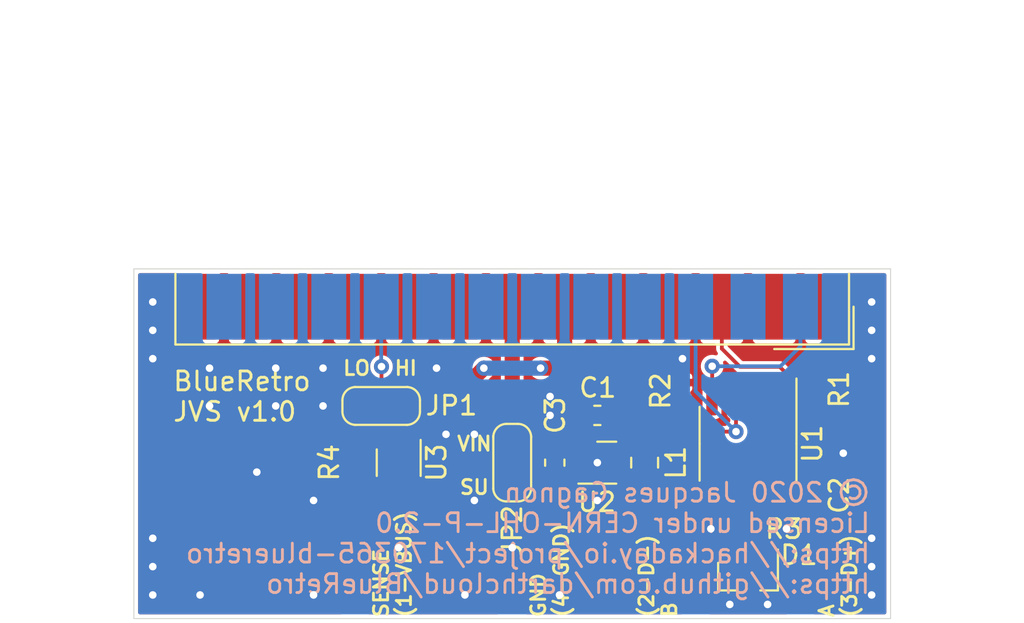
<source format=kicad_pcb>
(kicad_pcb (version 20171130) (host pcbnew "(5.1.6)-1")

  (general
    (thickness 1.6)
    (drawings 14)
    (tracks 139)
    (zones 0)
    (modules 19)
    (nets 15)
  )

  (page A4)
  (title_block
    (title "BlueRetro Passthrough cable adapter")
    (date 2020-09-05)
    (rev v1.0)
  )

  (layers
    (0 F.Cu signal)
    (31 B.Cu signal)
    (32 B.Adhes user)
    (33 F.Adhes user)
    (34 B.Paste user)
    (35 F.Paste user)
    (36 B.SilkS user)
    (37 F.SilkS user)
    (38 B.Mask user)
    (39 F.Mask user)
    (40 Dwgs.User user)
    (41 Cmts.User user)
    (42 Eco1.User user)
    (43 Eco2.User user)
    (44 Edge.Cuts user)
    (45 Margin user)
    (46 B.CrtYd user)
    (47 F.CrtYd user)
    (48 B.Fab user)
    (49 F.Fab user)
  )

  (setup
    (last_trace_width 0.2)
    (user_trace_width 0.2)
    (user_trace_width 0.4)
    (user_trace_width 0.8)
    (user_trace_width 1)
    (trace_clearance 0.15)
    (zone_clearance 0.2)
    (zone_45_only no)
    (trace_min 0.2)
    (via_size 0.8)
    (via_drill 0.4)
    (via_min_size 0.4)
    (via_min_drill 0.3)
    (uvia_size 0.3)
    (uvia_drill 0.1)
    (uvias_allowed no)
    (uvia_min_size 0.2)
    (uvia_min_drill 0.1)
    (edge_width 0.05)
    (segment_width 0.2)
    (pcb_text_width 0.3)
    (pcb_text_size 1.5 1.5)
    (mod_edge_width 0.12)
    (mod_text_size 1 1)
    (mod_text_width 0.15)
    (pad_size 1 0.5)
    (pad_drill 0)
    (pad_to_mask_clearance 0.05)
    (aux_axis_origin 0 0)
    (visible_elements 7EFDFF7F)
    (pcbplotparams
      (layerselection 0x010fc_ffffffff)
      (usegerberextensions false)
      (usegerberattributes false)
      (usegerberadvancedattributes false)
      (creategerberjobfile false)
      (excludeedgelayer true)
      (linewidth 0.100000)
      (plotframeref false)
      (viasonmask false)
      (mode 1)
      (useauxorigin false)
      (hpglpennumber 1)
      (hpglpenspeed 20)
      (hpglpendiameter 15.000000)
      (psnegative false)
      (psa4output false)
      (plotreference true)
      (plotvalue false)
      (plotinvisibletext false)
      (padsonsilk true)
      (subtractmaskfromsilk false)
      (outputformat 1)
      (mirror false)
      (drillshape 0)
      (scaleselection 1)
      (outputdirectory "gerber/"))
  )

  (net 0 "")
  (net 1 /IO22)
  (net 2 /IO19)
  (net 3 /I39)
  (net 4 /IO21)
  (net 5 /GND)
  (net 6 /VOUT)
  (net 7 /VIN)
  (net 8 /IO25)
  (net 9 /5V_SU)
  (net 10 /B)
  (net 11 /A)
  (net 12 /SENSE)
  (net 13 /5V)
  (net 14 "Net-(L1-Pad2)")

  (net_class Default "This is the default net class."
    (clearance 0.15)
    (trace_width 0.2)
    (via_dia 0.8)
    (via_drill 0.4)
    (uvia_dia 0.3)
    (uvia_drill 0.1)
    (add_net /5V)
    (add_net /5V_SU)
    (add_net /A)
    (add_net /B)
    (add_net /GND)
    (add_net /I39)
    (add_net /IO19)
    (add_net /IO21)
    (add_net /IO22)
    (add_net /IO25)
    (add_net /SENSE)
    (add_net /VIN)
    (add_net /VOUT)
    (add_net "Net-(L1-Pad2)")
  )

  (module jvs:SolderJumper-3_P1.3mm_Bridged12_RoundedPad1.0x1.5mm (layer F.Cu) (tedit 5F552652) (tstamp 5F546F48)
    (at 0 1 90)
    (descr "SMD Solder 3-pad Jumper, 1x1.5mm rounded Pads, 0.3mm gap, pads 1-2 bridged with 1 copper strip")
    (tags "solder jumper open")
    (path /5F58DF01)
    (attr virtual)
    (fp_text reference JP2 (at -3.61 0 90) (layer F.SilkS)
      (effects (font (size 1 1) (thickness 0.15)))
    )
    (fp_text value SolderJumper_3_Open (at 0 1.9 90) (layer F.Fab)
      (effects (font (size 1 1) (thickness 0.15)))
    )
    (fp_line (start -2.05 0.3) (end -2.05 -0.3) (layer F.SilkS) (width 0.12))
    (fp_line (start 1.4 1) (end -1.4 1) (layer F.SilkS) (width 0.12))
    (fp_line (start 2.05 -0.3) (end 2.05 0.3) (layer F.SilkS) (width 0.12))
    (fp_line (start -1.4 -1) (end 1.4 -1) (layer F.SilkS) (width 0.12))
    (fp_line (start -2.3 -1.25) (end 2.3 -1.25) (layer F.CrtYd) (width 0.05))
    (fp_line (start -2.3 -1.25) (end -2.3 1.25) (layer F.CrtYd) (width 0.05))
    (fp_line (start 2.3 1.25) (end 2.3 -1.25) (layer F.CrtYd) (width 0.05))
    (fp_line (start 2.3 1.25) (end -2.3 1.25) (layer F.CrtYd) (width 0.05))
    (fp_poly (pts (xy -0.9 -0.3) (xy -0.4 -0.3) (xy -0.4 0.3) (xy -0.9 0.3)) (layer F.Cu) (width 0))
    (fp_arc (start -1.35 -0.3) (end -1.35 -1) (angle -90) (layer F.SilkS) (width 0.12))
    (fp_arc (start -1.35 0.3) (end -2.05 0.3) (angle -90) (layer F.SilkS) (width 0.12))
    (fp_arc (start 1.35 0.3) (end 1.35 1) (angle -90) (layer F.SilkS) (width 0.12))
    (fp_arc (start 1.35 -0.3) (end 2.05 -0.3) (angle -90) (layer F.SilkS) (width 0.12))
    (pad 1 smd custom (at -1.3 0 90) (size 1 0.5) (layers F.Cu F.Mask)
      (net 9 /5V_SU) (zone_connect 0)
      (options (clearance outline) (anchor rect))
      (primitives
        (gr_circle (center 0 0.25) (end 0.5 0.25) (width 0))
        (gr_circle (center 0 -0.25) (end 0.5 -0.25) (width 0))
        (gr_poly (pts
           (xy 0.55 -0.75) (xy 0 -0.75) (xy 0 0.75) (xy 0.55 0.75)) (width 0))
      ))
    (pad 2 smd rect (at 0 0 90) (size 1 1.5) (layers F.Cu F.Mask)
      (net 13 /5V))
    (pad 3 smd custom (at 1.3 0 90) (size 1 0.5) (layers F.Cu F.Mask)
      (net 7 /VIN) (zone_connect 0)
      (options (clearance outline) (anchor rect))
      (primitives
        (gr_circle (center 0 0.25) (end 0.5 0.25) (width 0))
        (gr_circle (center 0 -0.25) (end 0.5 -0.25) (width 0))
        (gr_poly (pts
           (xy -0.55 -0.75) (xy 0 -0.75) (xy 0 0.75) (xy -0.55 0.75)) (width 0))
      ))
  )

  (module jvs:SolderJumper-3_P1.3mm_Bridged12_RoundedPad1.0x1.5mm (layer F.Cu) (tedit 5F5502FE) (tstamp 5F4DAC16)
    (at -6.925 -2 180)
    (descr "SMD Solder 3-pad Jumper, 1x1.5mm rounded Pads, 0.3mm gap, pads 1-2 bridged with 1 copper strip")
    (tags "solder jumper open")
    (path /5F4DC17C)
    (attr virtual)
    (fp_text reference JP1 (at -3.715 0.02) (layer F.SilkS)
      (effects (font (size 1 1) (thickness 0.15)))
    )
    (fp_text value SolderJumper_3_Open (at 0 1.9) (layer F.Fab)
      (effects (font (size 1 1) (thickness 0.15)))
    )
    (fp_line (start -2.05 0.3) (end -2.05 -0.3) (layer F.SilkS) (width 0.12))
    (fp_line (start 1.4 1) (end -1.4 1) (layer F.SilkS) (width 0.12))
    (fp_line (start 2.05 -0.3) (end 2.05 0.3) (layer F.SilkS) (width 0.12))
    (fp_line (start -1.4 -1) (end 1.4 -1) (layer F.SilkS) (width 0.12))
    (fp_line (start -2.3 -1.25) (end 2.3 -1.25) (layer F.CrtYd) (width 0.05))
    (fp_line (start -2.3 -1.25) (end -2.3 1.25) (layer F.CrtYd) (width 0.05))
    (fp_line (start 2.3 1.25) (end 2.3 -1.25) (layer F.CrtYd) (width 0.05))
    (fp_line (start 2.3 1.25) (end -2.3 1.25) (layer F.CrtYd) (width 0.05))
    (fp_poly (pts (xy -0.9 -0.3) (xy -0.4 -0.3) (xy -0.4 0.3) (xy -0.9 0.3)) (layer F.Cu) (width 0))
    (fp_arc (start -1.35 -0.3) (end -1.35 -1) (angle -90) (layer F.SilkS) (width 0.12))
    (fp_arc (start -1.35 0.3) (end -2.05 0.3) (angle -90) (layer F.SilkS) (width 0.12))
    (fp_arc (start 1.35 0.3) (end 1.35 1) (angle -90) (layer F.SilkS) (width 0.12))
    (fp_arc (start 1.35 -0.3) (end 2.05 -0.3) (angle -90) (layer F.SilkS) (width 0.12))
    (pad 1 smd custom (at -1.3 0 180) (size 1 0.5) (layers F.Cu F.Mask)
      (net 6 /VOUT) (zone_connect 0)
      (options (clearance outline) (anchor rect))
      (primitives
        (gr_circle (center 0 0.25) (end 0.5 0.25) (width 0))
        (gr_circle (center 0 -0.25) (end 0.5 -0.25) (width 0))
        (gr_poly (pts
           (xy 0.55 -0.75) (xy 0 -0.75) (xy 0 0.75) (xy 0.55 0.75)) (width 0))
      ))
    (pad 2 smd rect (at 0 0 180) (size 1 1.5) (layers F.Cu F.Mask)
      (net 3 /I39))
    (pad 3 smd custom (at 1.3 0 180) (size 1 0.5) (layers F.Cu F.Mask)
      (net 5 /GND) (zone_connect 0)
      (options (clearance outline) (anchor rect))
      (primitives
        (gr_circle (center 0 0.25) (end 0.5 0.25) (width 0))
        (gr_circle (center 0 -0.25) (end 0.5 -0.25) (width 0))
        (gr_poly (pts
           (xy -0.55 -0.75) (xy 0 -0.75) (xy 0 0.75) (xy -0.55 0.75)) (width 0))
      ))
  )

  (module jvs:SOIC-8_3.9x4.9mm_P1.27mm (layer F.Cu) (tedit 5D9F72B1) (tstamp 5F546FAF)
    (at 12.465 0 270)
    (descr "SOIC, 8 Pin (JEDEC MS-012AA, https://www.analog.com/media/en/package-pcb-resources/package/pkg_pdf/soic_narrow-r/r_8.pdf), generated with kicad-footprint-generator ipc_gullwing_generator.py")
    (tags "SOIC SO")
    (path /5F56886C)
    (attr smd)
    (fp_text reference U1 (at 0 -3.4 90) (layer F.SilkS)
      (effects (font (size 1 1) (thickness 0.15)))
    )
    (fp_text value THVD1450 (at 0 3.4 90) (layer F.Fab)
      (effects (font (size 1 1) (thickness 0.15)))
    )
    (fp_line (start 0 2.56) (end 1.95 2.56) (layer F.SilkS) (width 0.12))
    (fp_line (start 0 2.56) (end -1.95 2.56) (layer F.SilkS) (width 0.12))
    (fp_line (start 0 -2.56) (end 1.95 -2.56) (layer F.SilkS) (width 0.12))
    (fp_line (start 0 -2.56) (end -3.45 -2.56) (layer F.SilkS) (width 0.12))
    (fp_line (start -0.975 -2.45) (end 1.95 -2.45) (layer F.Fab) (width 0.1))
    (fp_line (start 1.95 -2.45) (end 1.95 2.45) (layer F.Fab) (width 0.1))
    (fp_line (start 1.95 2.45) (end -1.95 2.45) (layer F.Fab) (width 0.1))
    (fp_line (start -1.95 2.45) (end -1.95 -1.475) (layer F.Fab) (width 0.1))
    (fp_line (start -1.95 -1.475) (end -0.975 -2.45) (layer F.Fab) (width 0.1))
    (fp_line (start -3.7 -2.7) (end -3.7 2.7) (layer F.CrtYd) (width 0.05))
    (fp_line (start -3.7 2.7) (end 3.7 2.7) (layer F.CrtYd) (width 0.05))
    (fp_line (start 3.7 2.7) (end 3.7 -2.7) (layer F.CrtYd) (width 0.05))
    (fp_line (start 3.7 -2.7) (end -3.7 -2.7) (layer F.CrtYd) (width 0.05))
    (fp_text user %R (at 0 0 90) (layer F.Fab)
      (effects (font (size 0.98 0.98) (thickness 0.15)))
    )
    (pad 8 smd roundrect (at 2.475 -1.905 270) (size 1.95 0.6) (layers F.Cu F.Paste F.Mask) (roundrect_rratio 0.25)
      (net 6 /VOUT))
    (pad 7 smd roundrect (at 2.475 -0.635 270) (size 1.95 0.6) (layers F.Cu F.Paste F.Mask) (roundrect_rratio 0.25)
      (net 10 /B))
    (pad 6 smd roundrect (at 2.475 0.635 270) (size 1.95 0.6) (layers F.Cu F.Paste F.Mask) (roundrect_rratio 0.25)
      (net 11 /A))
    (pad 5 smd roundrect (at 2.475 1.905 270) (size 1.95 0.6) (layers F.Cu F.Paste F.Mask) (roundrect_rratio 0.25)
      (net 5 /GND))
    (pad 4 smd roundrect (at -2.475 1.905 270) (size 1.95 0.6) (layers F.Cu F.Paste F.Mask) (roundrect_rratio 0.25)
      (net 1 /IO22))
    (pad 3 smd roundrect (at -2.475 0.635 270) (size 1.95 0.6) (layers F.Cu F.Paste F.Mask) (roundrect_rratio 0.25)
      (net 2 /IO19))
    (pad 2 smd roundrect (at -2.475 -0.635 270) (size 1.95 0.6) (layers F.Cu F.Paste F.Mask) (roundrect_rratio 0.25)
      (net 2 /IO19))
    (pad 1 smd roundrect (at -2.475 -1.905 270) (size 1.95 0.6) (layers F.Cu F.Paste F.Mask) (roundrect_rratio 0.25)
      (net 4 /IO21))
    (model ${KISYS3DMOD}/Package_SO.3dshapes/SOIC-8_3.9x4.9mm_P1.27mm.wrl
      (at (xyz 0 0 0))
      (scale (xyz 1 1 1))
      (rotate (xyz 0 0 0))
    )
  )

  (module jvs:SOT-23 (layer F.Cu) (tedit 5A02FF57) (tstamp 5F5475E0)
    (at 12.465 7 270)
    (descr "SOT-23, Standard")
    (tags SOT-23)
    (path /5F665583)
    (attr smd)
    (fp_text reference D1 (at -1.11 -2.695 180) (layer F.SilkS)
      (effects (font (size 1 1) (thickness 0.15)))
    )
    (fp_text value NUP2105L (at 0 2.5 90) (layer F.Fab)
      (effects (font (size 1 1) (thickness 0.15)))
    )
    (fp_line (start -0.7 -0.95) (end -0.7 1.5) (layer F.Fab) (width 0.1))
    (fp_line (start -0.15 -1.52) (end 0.7 -1.52) (layer F.Fab) (width 0.1))
    (fp_line (start -0.7 -0.95) (end -0.15 -1.52) (layer F.Fab) (width 0.1))
    (fp_line (start 0.7 -1.52) (end 0.7 1.52) (layer F.Fab) (width 0.1))
    (fp_line (start -0.7 1.52) (end 0.7 1.52) (layer F.Fab) (width 0.1))
    (fp_line (start 0.76 1.58) (end 0.76 0.65) (layer F.SilkS) (width 0.12))
    (fp_line (start 0.76 -1.58) (end 0.76 -0.65) (layer F.SilkS) (width 0.12))
    (fp_line (start -1.7 -1.75) (end 1.7 -1.75) (layer F.CrtYd) (width 0.05))
    (fp_line (start 1.7 -1.75) (end 1.7 1.75) (layer F.CrtYd) (width 0.05))
    (fp_line (start 1.7 1.75) (end -1.7 1.75) (layer F.CrtYd) (width 0.05))
    (fp_line (start -1.7 1.75) (end -1.7 -1.75) (layer F.CrtYd) (width 0.05))
    (fp_line (start 0.76 -1.58) (end -1.4 -1.58) (layer F.SilkS) (width 0.12))
    (fp_line (start 0.76 1.58) (end -0.7 1.58) (layer F.SilkS) (width 0.12))
    (fp_text user %R (at 0 0) (layer F.Fab)
      (effects (font (size 0.5 0.5) (thickness 0.075)))
    )
    (pad 3 smd rect (at 1 0 270) (size 0.9 0.8) (layers F.Cu F.Paste F.Mask)
      (net 5 /GND))
    (pad 2 smd rect (at -1 0.95 270) (size 0.9 0.8) (layers F.Cu F.Paste F.Mask)
      (net 11 /A))
    (pad 1 smd rect (at -1 -0.95 270) (size 0.9 0.8) (layers F.Cu F.Paste F.Mask)
      (net 10 /B))
    (model ${KISYS3DMOD}/Package_TO_SOT_SMD.3dshapes/SOT-23.wrl
      (at (xyz 0 0 0))
      (scale (xyz 1 1 1))
      (rotate (xyz 0 0 0))
    )
  )

  (module jvs:SOT-353_SC-70-5 (layer F.Cu) (tedit 5A02FF57) (tstamp 5F546FDD)
    (at -6 1 270)
    (descr "SOT-353, SC-70-5")
    (tags "SOT-353 SC-70-5")
    (path /5F58295B)
    (attr smd)
    (fp_text reference U3 (at 0 -2 90) (layer F.SilkS)
      (effects (font (size 1 1) (thickness 0.15)))
    )
    (fp_text value 74AHC1G125 (at 0 2 270) (layer F.Fab)
      (effects (font (size 1 1) (thickness 0.15)))
    )
    (fp_line (start 0.7 -1.16) (end -1.2 -1.16) (layer F.SilkS) (width 0.12))
    (fp_line (start -0.7 1.16) (end 0.7 1.16) (layer F.SilkS) (width 0.12))
    (fp_line (start 1.6 1.4) (end 1.6 -1.4) (layer F.CrtYd) (width 0.05))
    (fp_line (start -1.6 -1.4) (end -1.6 1.4) (layer F.CrtYd) (width 0.05))
    (fp_line (start -1.6 -1.4) (end 1.6 -1.4) (layer F.CrtYd) (width 0.05))
    (fp_line (start 0.675 -1.1) (end -0.175 -1.1) (layer F.Fab) (width 0.1))
    (fp_line (start -0.675 -0.6) (end -0.675 1.1) (layer F.Fab) (width 0.1))
    (fp_line (start -1.6 1.4) (end 1.6 1.4) (layer F.CrtYd) (width 0.05))
    (fp_line (start 0.675 -1.1) (end 0.675 1.1) (layer F.Fab) (width 0.1))
    (fp_line (start 0.675 1.1) (end -0.675 1.1) (layer F.Fab) (width 0.1))
    (fp_line (start -0.175 -1.1) (end -0.675 -0.6) (layer F.Fab) (width 0.1))
    (fp_text user %R (at 0 0) (layer F.Fab)
      (effects (font (size 0.5 0.5) (thickness 0.075)))
    )
    (pad 5 smd rect (at 0.95 -0.65 270) (size 0.65 0.4) (layers F.Cu F.Paste F.Mask)
      (net 13 /5V))
    (pad 4 smd rect (at 0.95 0.65 270) (size 0.65 0.4) (layers F.Cu F.Paste F.Mask)
      (net 12 /SENSE))
    (pad 2 smd rect (at -0.95 0 270) (size 0.65 0.4) (layers F.Cu F.Paste F.Mask)
      (net 8 /IO25))
    (pad 3 smd rect (at -0.95 0.65 270) (size 0.65 0.4) (layers F.Cu F.Paste F.Mask)
      (net 5 /GND))
    (pad 1 smd rect (at -0.95 -0.65 270) (size 0.65 0.4) (layers F.Cu F.Paste F.Mask)
      (net 5 /GND))
    (model ${KISYS3DMOD}/Package_TO_SOT_SMD.3dshapes/SOT-353_SC-70-5.wrl
      (at (xyz 0 0 0))
      (scale (xyz 1 1 1))
      (rotate (xyz 0 0 0))
    )
  )

  (module jvs:WSON-6-1EP_2x2mm_P0.65mm_EP1x1.6mm (layer F.Cu) (tedit 5DC5FB10) (tstamp 5F546FC8)
    (at 4.5 1)
    (descr "WSON, 6 Pin (http://www.ti.com/lit/ds/symlink/tps61040.pdf#page=35), generated with kicad-footprint-generator ipc_noLead_generator.py")
    (tags "WSON NoLead")
    (path /5F567D95)
    (attr smd)
    (fp_text reference U2 (at -0.02 2.09) (layer F.SilkS)
      (effects (font (size 1 1) (thickness 0.15)))
    )
    (fp_text value TPS6124x (at 0 1.95) (layer F.Fab)
      (effects (font (size 1 1) (thickness 0.15)))
    )
    (fp_line (start 0 -1.11) (end 1 -1.11) (layer F.SilkS) (width 0.12))
    (fp_line (start -1 1.11) (end 1 1.11) (layer F.SilkS) (width 0.12))
    (fp_line (start -0.5 -1) (end 1 -1) (layer F.Fab) (width 0.1))
    (fp_line (start 1 -1) (end 1 1) (layer F.Fab) (width 0.1))
    (fp_line (start 1 1) (end -1 1) (layer F.Fab) (width 0.1))
    (fp_line (start -1 1) (end -1 -0.5) (layer F.Fab) (width 0.1))
    (fp_line (start -1 -0.5) (end -0.5 -1) (layer F.Fab) (width 0.1))
    (fp_line (start -1.32 -1.25) (end -1.32 1.25) (layer F.CrtYd) (width 0.05))
    (fp_line (start -1.32 1.25) (end 1.32 1.25) (layer F.CrtYd) (width 0.05))
    (fp_line (start 1.32 1.25) (end 1.32 -1.25) (layer F.CrtYd) (width 0.05))
    (fp_line (start 1.32 -1.25) (end -1.32 -1.25) (layer F.CrtYd) (width 0.05))
    (fp_text user %R (at 0 0) (layer F.Fab)
      (effects (font (size 0.5 0.5) (thickness 0.08)))
    )
    (pad "" smd roundrect (at 0 0.4) (size 0.81 0.64) (layers F.Paste) (roundrect_rratio 0.25))
    (pad "" smd roundrect (at 0 -0.4) (size 0.81 0.64) (layers F.Paste) (roundrect_rratio 0.25))
    (pad 7 smd rect (at 0 0) (size 1 1.6) (layers F.Cu F.Mask)
      (net 5 /GND))
    (pad 6 smd roundrect (at 0.8875 -0.65) (size 0.375 0.4) (layers F.Cu F.Paste F.Mask) (roundrect_rratio 0.25)
      (net 6 /VOUT))
    (pad 5 smd roundrect (at 0.8875 0) (size 0.375 0.4) (layers F.Cu F.Paste F.Mask) (roundrect_rratio 0.25)
      (net 14 "Net-(L1-Pad2)"))
    (pad 4 smd roundrect (at 0.8875 0.65) (size 0.375 0.4) (layers F.Cu F.Paste F.Mask) (roundrect_rratio 0.25)
      (net 6 /VOUT))
    (pad 3 smd roundrect (at -0.8875 0.65) (size 0.375 0.4) (layers F.Cu F.Paste F.Mask) (roundrect_rratio 0.25)
      (net 5 /GND))
    (pad 2 smd roundrect (at -0.8875 0) (size 0.375 0.4) (layers F.Cu F.Paste F.Mask) (roundrect_rratio 0.25)
      (net 9 /5V_SU))
    (pad 1 smd roundrect (at -0.8875 -0.65) (size 0.375 0.4) (layers F.Cu F.Paste F.Mask) (roundrect_rratio 0.25)
      (net 5 /GND))
    (model ${KISYS3DMOD}/Package_SON.3dshapes/WSON-6-1EP_2x2mm_P0.65mm_EP1x1.6mm.wrl
      (at (xyz 0 0 0))
      (scale (xyz 1 1 1))
      (rotate (xyz 0 0 0))
    )
  )

  (module jvs:R_0402_1005Metric (layer F.Cu) (tedit 5B301BBD) (tstamp 5F546F95)
    (at -8.5 1 90)
    (descr "Resistor SMD 0402 (1005 Metric), square (rectangular) end terminal, IPC_7351 nominal, (Body size source: http://www.tortai-tech.com/upload/download/2011102023233369053.pdf), generated with kicad-footprint-generator")
    (tags resistor)
    (path /5F648F01)
    (attr smd)
    (fp_text reference R4 (at 0 -1.17 90) (layer F.SilkS)
      (effects (font (size 1 1) (thickness 0.15)))
    )
    (fp_text value DNP (at 0 1.17 90) (layer F.Fab)
      (effects (font (size 1 1) (thickness 0.15)))
    )
    (fp_line (start -0.5 0.25) (end -0.5 -0.25) (layer F.Fab) (width 0.1))
    (fp_line (start -0.5 -0.25) (end 0.5 -0.25) (layer F.Fab) (width 0.1))
    (fp_line (start 0.5 -0.25) (end 0.5 0.25) (layer F.Fab) (width 0.1))
    (fp_line (start 0.5 0.25) (end -0.5 0.25) (layer F.Fab) (width 0.1))
    (fp_line (start -0.93 0.47) (end -0.93 -0.47) (layer F.CrtYd) (width 0.05))
    (fp_line (start -0.93 -0.47) (end 0.93 -0.47) (layer F.CrtYd) (width 0.05))
    (fp_line (start 0.93 -0.47) (end 0.93 0.47) (layer F.CrtYd) (width 0.05))
    (fp_line (start 0.93 0.47) (end -0.93 0.47) (layer F.CrtYd) (width 0.05))
    (fp_text user %R (at 0 0 90) (layer F.Fab)
      (effects (font (size 0.25 0.25) (thickness 0.04)))
    )
    (pad 2 smd roundrect (at 0.485 0 90) (size 0.59 0.64) (layers F.Cu F.Paste F.Mask) (roundrect_rratio 0.25)
      (net 8 /IO25))
    (pad 1 smd roundrect (at -0.485 0 90) (size 0.59 0.64) (layers F.Cu F.Paste F.Mask) (roundrect_rratio 0.25)
      (net 12 /SENSE))
    (model ${KISYS3DMOD}/Resistor_SMD.3dshapes/R_0402_1005Metric.wrl
      (at (xyz 0 0 0))
      (scale (xyz 1 1 1))
      (rotate (xyz 0 0 0))
    )
  )

  (module jvs:R_0402_1005Metric (layer F.Cu) (tedit 5B301BBD) (tstamp 5F546F86)
    (at 12.465 4.5 180)
    (descr "Resistor SMD 0402 (1005 Metric), square (rectangular) end terminal, IPC_7351 nominal, (Body size source: http://www.tortai-tech.com/upload/download/2011102023233369053.pdf), generated with kicad-footprint-generator")
    (tags resistor)
    (path /5F5ECB9A)
    (attr smd)
    (fp_text reference R3 (at -1.885 -0.01) (layer F.SilkS)
      (effects (font (size 1 1) (thickness 0.15)))
    )
    (fp_text value 120 (at 0 1.17) (layer F.Fab)
      (effects (font (size 1 1) (thickness 0.15)))
    )
    (fp_line (start -0.5 0.25) (end -0.5 -0.25) (layer F.Fab) (width 0.1))
    (fp_line (start -0.5 -0.25) (end 0.5 -0.25) (layer F.Fab) (width 0.1))
    (fp_line (start 0.5 -0.25) (end 0.5 0.25) (layer F.Fab) (width 0.1))
    (fp_line (start 0.5 0.25) (end -0.5 0.25) (layer F.Fab) (width 0.1))
    (fp_line (start -0.93 0.47) (end -0.93 -0.47) (layer F.CrtYd) (width 0.05))
    (fp_line (start -0.93 -0.47) (end 0.93 -0.47) (layer F.CrtYd) (width 0.05))
    (fp_line (start 0.93 -0.47) (end 0.93 0.47) (layer F.CrtYd) (width 0.05))
    (fp_line (start 0.93 0.47) (end -0.93 0.47) (layer F.CrtYd) (width 0.05))
    (fp_text user %R (at 0 0) (layer F.Fab)
      (effects (font (size 0.25 0.25) (thickness 0.04)))
    )
    (pad 2 smd roundrect (at 0.485 0 180) (size 0.59 0.64) (layers F.Cu F.Paste F.Mask) (roundrect_rratio 0.25)
      (net 11 /A))
    (pad 1 smd roundrect (at -0.485 0 180) (size 0.59 0.64) (layers F.Cu F.Paste F.Mask) (roundrect_rratio 0.25)
      (net 10 /B))
    (model ${KISYS3DMOD}/Resistor_SMD.3dshapes/R_0402_1005Metric.wrl
      (at (xyz 0 0 0))
      (scale (xyz 1 1 1))
      (rotate (xyz 0 0 0))
    )
  )

  (module jvs:R_0402_1005Metric (layer F.Cu) (tedit 5B301BBD) (tstamp 5F546F77)
    (at 9 -2.75 90)
    (descr "Resistor SMD 0402 (1005 Metric), square (rectangular) end terminal, IPC_7351 nominal, (Body size source: http://www.tortai-tech.com/upload/download/2011102023233369053.pdf), generated with kicad-footprint-generator")
    (tags resistor)
    (path /5F5E3A65)
    (attr smd)
    (fp_text reference R2 (at 0.04 -1.16 90) (layer F.SilkS)
      (effects (font (size 1 1) (thickness 0.15)))
    )
    (fp_text value 10K (at 0 1.17 90) (layer F.Fab)
      (effects (font (size 1 1) (thickness 0.15)))
    )
    (fp_line (start -0.5 0.25) (end -0.5 -0.25) (layer F.Fab) (width 0.1))
    (fp_line (start -0.5 -0.25) (end 0.5 -0.25) (layer F.Fab) (width 0.1))
    (fp_line (start 0.5 -0.25) (end 0.5 0.25) (layer F.Fab) (width 0.1))
    (fp_line (start 0.5 0.25) (end -0.5 0.25) (layer F.Fab) (width 0.1))
    (fp_line (start -0.93 0.47) (end -0.93 -0.47) (layer F.CrtYd) (width 0.05))
    (fp_line (start -0.93 -0.47) (end 0.93 -0.47) (layer F.CrtYd) (width 0.05))
    (fp_line (start 0.93 -0.47) (end 0.93 0.47) (layer F.CrtYd) (width 0.05))
    (fp_line (start 0.93 0.47) (end -0.93 0.47) (layer F.CrtYd) (width 0.05))
    (fp_text user %R (at 0 0 90) (layer F.Fab)
      (effects (font (size 0.25 0.25) (thickness 0.04)))
    )
    (pad 2 smd roundrect (at 0.485 0 90) (size 0.59 0.64) (layers F.Cu F.Paste F.Mask) (roundrect_rratio 0.25)
      (net 5 /GND))
    (pad 1 smd roundrect (at -0.485 0 90) (size 0.59 0.64) (layers F.Cu F.Paste F.Mask) (roundrect_rratio 0.25)
      (net 2 /IO19))
    (model ${KISYS3DMOD}/Resistor_SMD.3dshapes/R_0402_1005Metric.wrl
      (at (xyz 0 0 0))
      (scale (xyz 1 1 1))
      (rotate (xyz 0 0 0))
    )
  )

  (module jvs:R_0402_1005Metric (layer F.Cu) (tedit 5B301BBD) (tstamp 5F546F68)
    (at 16 -2.75 90)
    (descr "Resistor SMD 0402 (1005 Metric), square (rectangular) end terminal, IPC_7351 nominal, (Body size source: http://www.tortai-tech.com/upload/download/2011102023233369053.pdf), generated with kicad-footprint-generator")
    (tags resistor)
    (path /5F582F42)
    (attr smd)
    (fp_text reference R1 (at 0.12 1.28 90) (layer F.SilkS)
      (effects (font (size 1 1) (thickness 0.15)))
    )
    (fp_text value 10K (at 0 1.17 90) (layer F.Fab)
      (effects (font (size 1 1) (thickness 0.15)))
    )
    (fp_line (start -0.5 0.25) (end -0.5 -0.25) (layer F.Fab) (width 0.1))
    (fp_line (start -0.5 -0.25) (end 0.5 -0.25) (layer F.Fab) (width 0.1))
    (fp_line (start 0.5 -0.25) (end 0.5 0.25) (layer F.Fab) (width 0.1))
    (fp_line (start 0.5 0.25) (end -0.5 0.25) (layer F.Fab) (width 0.1))
    (fp_line (start -0.93 0.47) (end -0.93 -0.47) (layer F.CrtYd) (width 0.05))
    (fp_line (start -0.93 -0.47) (end 0.93 -0.47) (layer F.CrtYd) (width 0.05))
    (fp_line (start 0.93 -0.47) (end 0.93 0.47) (layer F.CrtYd) (width 0.05))
    (fp_line (start 0.93 0.47) (end -0.93 0.47) (layer F.CrtYd) (width 0.05))
    (fp_text user %R (at 0 0 90) (layer F.Fab)
      (effects (font (size 0.25 0.25) (thickness 0.04)))
    )
    (pad 2 smd roundrect (at 0.485 0 90) (size 0.59 0.64) (layers F.Cu F.Paste F.Mask) (roundrect_rratio 0.25)
      (net 4 /IO21))
    (pad 1 smd roundrect (at -0.485 0 90) (size 0.59 0.64) (layers F.Cu F.Paste F.Mask) (roundrect_rratio 0.25)
      (net 6 /VOUT))
    (model ${KISYS3DMOD}/Resistor_SMD.3dshapes/R_0402_1005Metric.wrl
      (at (xyz 0 0 0))
      (scale (xyz 1 1 1))
      (rotate (xyz 0 0 0))
    )
  )

  (module jvs:L_0805_2012Metric (layer F.Cu) (tedit 5B36C52B) (tstamp 5F546F59)
    (at 7 1 270)
    (descr "Inductor SMD 0805 (2012 Metric), square (rectangular) end terminal, IPC_7351 nominal, (Body size source: https://docs.google.com/spreadsheets/d/1BsfQQcO9C6DZCsRaXUlFlo91Tg2WpOkGARC1WS5S8t0/edit?usp=sharing), generated with kicad-footprint-generator")
    (tags inductor)
    (path /5F5832E2)
    (attr smd)
    (fp_text reference L1 (at 0 -1.65 90) (layer F.SilkS)
      (effects (font (size 1 1) (thickness 0.15)))
    )
    (fp_text value 1u (at 0 1.65 90) (layer F.Fab)
      (effects (font (size 1 1) (thickness 0.15)))
    )
    (fp_line (start -1 0.6) (end -1 -0.6) (layer F.Fab) (width 0.1))
    (fp_line (start -1 -0.6) (end 1 -0.6) (layer F.Fab) (width 0.1))
    (fp_line (start 1 -0.6) (end 1 0.6) (layer F.Fab) (width 0.1))
    (fp_line (start 1 0.6) (end -1 0.6) (layer F.Fab) (width 0.1))
    (fp_line (start -0.258578 -0.71) (end 0.258578 -0.71) (layer F.SilkS) (width 0.12))
    (fp_line (start -0.258578 0.71) (end 0.258578 0.71) (layer F.SilkS) (width 0.12))
    (fp_line (start -1.68 0.95) (end -1.68 -0.95) (layer F.CrtYd) (width 0.05))
    (fp_line (start -1.68 -0.95) (end 1.68 -0.95) (layer F.CrtYd) (width 0.05))
    (fp_line (start 1.68 -0.95) (end 1.68 0.95) (layer F.CrtYd) (width 0.05))
    (fp_line (start 1.68 0.95) (end -1.68 0.95) (layer F.CrtYd) (width 0.05))
    (fp_text user %R (at 0 0 90) (layer F.Fab)
      (effects (font (size 0.5 0.5) (thickness 0.08)))
    )
    (pad 2 smd roundrect (at 0.9375 0 270) (size 0.975 1.4) (layers F.Cu F.Paste F.Mask) (roundrect_rratio 0.25)
      (net 14 "Net-(L1-Pad2)"))
    (pad 1 smd roundrect (at -0.9375 0 270) (size 0.975 1.4) (layers F.Cu F.Paste F.Mask) (roundrect_rratio 0.25)
      (net 6 /VOUT))
    (model ${KISYS3DMOD}/Inductor_SMD.3dshapes/L_0805_2012Metric.wrl
      (at (xyz 0 0 0))
      (scale (xyz 1 1 1))
      (rotate (xyz 0 0 0))
    )
  )

  (module jvs:SolderWirePad_1x01_SMD_1x2mm (layer F.Cu) (tedit 5F542EB3) (tstamp 5F546F08)
    (at 0 8)
    (descr "Wire Pad, Square, SMD Pad,  5mm x 10mm,")
    (tags "MesurementPoint Square SMDPad 5mmx10mm ")
    (path /5F4421F4)
    (attr virtual)
    (fp_text reference J5 (at 0 -2.54) (layer F.SilkS) hide
      (effects (font (size 1 1) (thickness 0.15)))
    )
    (fp_text value Conn_01x01 (at 0 2.54) (layer F.Fab)
      (effects (font (size 1 1) (thickness 0.15)))
    )
    (fp_line (start -0.63 1.27) (end -0.63 -1.27) (layer F.Fab) (width 0.1))
    (fp_line (start 0.63 1.27) (end -0.63 1.27) (layer F.Fab) (width 0.1))
    (fp_line (start 0.63 -1.27) (end 0.63 1.27) (layer F.Fab) (width 0.1))
    (fp_line (start -0.63 -1.27) (end 0.63 -1.27) (layer F.Fab) (width 0.1))
    (fp_line (start -0.63 -1.27) (end -0.63 1.27) (layer F.CrtYd) (width 0.05))
    (fp_line (start -0.63 1.27) (end 0.63 1.27) (layer F.CrtYd) (width 0.05))
    (fp_line (start 0.63 1.27) (end 0.63 -1.27) (layer F.CrtYd) (width 0.05))
    (fp_line (start 0.63 -1.27) (end -0.63 -1.27) (layer F.CrtYd) (width 0.05))
    (fp_text user %R (at 0 0) (layer F.Fab)
      (effects (font (size 1 1) (thickness 0.15)))
    )
    (pad 1 smd roundrect (at 0 0) (size 1 2) (layers F.Cu F.Paste F.Mask) (roundrect_rratio 0.25)
      (net 5 /GND))
  )

  (module jvs:SolderWirePad_1x01_SMD_1x2mm (layer F.Cu) (tedit 5F542EB3) (tstamp 5F546EFA)
    (at 9.695 8)
    (descr "Wire Pad, Square, SMD Pad,  5mm x 10mm,")
    (tags "MesurementPoint Square SMDPad 5mmx10mm ")
    (path /5F4BDC85)
    (attr virtual)
    (fp_text reference J4 (at 0 -2.54) (layer F.SilkS) hide
      (effects (font (size 1 1) (thickness 0.15)))
    )
    (fp_text value Conn_01x01 (at 0 2.54) (layer F.Fab)
      (effects (font (size 1 1) (thickness 0.15)))
    )
    (fp_line (start -0.63 1.27) (end -0.63 -1.27) (layer F.Fab) (width 0.1))
    (fp_line (start 0.63 1.27) (end -0.63 1.27) (layer F.Fab) (width 0.1))
    (fp_line (start 0.63 -1.27) (end 0.63 1.27) (layer F.Fab) (width 0.1))
    (fp_line (start -0.63 -1.27) (end 0.63 -1.27) (layer F.Fab) (width 0.1))
    (fp_line (start -0.63 -1.27) (end -0.63 1.27) (layer F.CrtYd) (width 0.05))
    (fp_line (start -0.63 1.27) (end 0.63 1.27) (layer F.CrtYd) (width 0.05))
    (fp_line (start 0.63 1.27) (end 0.63 -1.27) (layer F.CrtYd) (width 0.05))
    (fp_line (start 0.63 -1.27) (end -0.63 -1.27) (layer F.CrtYd) (width 0.05))
    (fp_text user %R (at 0 0) (layer F.Fab)
      (effects (font (size 1 1) (thickness 0.15)))
    )
    (pad 1 smd roundrect (at 0 0) (size 1 2) (layers F.Cu F.Paste F.Mask) (roundrect_rratio 0.25)
      (net 11 /A))
  )

  (module jvs:SolderWirePad_1x01_SMD_1x2mm (layer F.Cu) (tedit 5F542EB3) (tstamp 5F546EEC)
    (at 15.235 8)
    (descr "Wire Pad, Square, SMD Pad,  5mm x 10mm,")
    (tags "MesurementPoint Square SMDPad 5mmx10mm ")
    (path /5F4BDC7F)
    (attr virtual)
    (fp_text reference J3 (at 0 -2.54) (layer F.SilkS) hide
      (effects (font (size 1 1) (thickness 0.15)))
    )
    (fp_text value Conn_01x01 (at 0 2.54) (layer F.Fab)
      (effects (font (size 1 1) (thickness 0.15)))
    )
    (fp_line (start -0.63 1.27) (end -0.63 -1.27) (layer F.Fab) (width 0.1))
    (fp_line (start 0.63 1.27) (end -0.63 1.27) (layer F.Fab) (width 0.1))
    (fp_line (start 0.63 -1.27) (end 0.63 1.27) (layer F.Fab) (width 0.1))
    (fp_line (start -0.63 -1.27) (end 0.63 -1.27) (layer F.Fab) (width 0.1))
    (fp_line (start -0.63 -1.27) (end -0.63 1.27) (layer F.CrtYd) (width 0.05))
    (fp_line (start -0.63 1.27) (end 0.63 1.27) (layer F.CrtYd) (width 0.05))
    (fp_line (start 0.63 1.27) (end 0.63 -1.27) (layer F.CrtYd) (width 0.05))
    (fp_line (start 0.63 -1.27) (end -0.63 -1.27) (layer F.CrtYd) (width 0.05))
    (fp_text user %R (at 0 0) (layer F.Fab)
      (effects (font (size 1 1) (thickness 0.15)))
    )
    (pad 1 smd roundrect (at 0 0) (size 1 2) (layers F.Cu F.Paste F.Mask) (roundrect_rratio 0.25)
      (net 10 /B))
  )

  (module jvs:SolderWirePad_1x01_SMD_1x2mm (layer F.Cu) (tedit 5F542EB3) (tstamp 5F546EDE)
    (at -8.31 8)
    (descr "Wire Pad, Square, SMD Pad,  5mm x 10mm,")
    (tags "MesurementPoint Square SMDPad 5mmx10mm ")
    (path /5F4BDC79)
    (attr virtual)
    (fp_text reference J2 (at 0 -2.54) (layer F.SilkS) hide
      (effects (font (size 1 1) (thickness 0.15)))
    )
    (fp_text value Conn_01x01 (at 0 2.54) (layer F.Fab)
      (effects (font (size 1 1) (thickness 0.15)))
    )
    (fp_line (start -0.63 1.27) (end -0.63 -1.27) (layer F.Fab) (width 0.1))
    (fp_line (start 0.63 1.27) (end -0.63 1.27) (layer F.Fab) (width 0.1))
    (fp_line (start 0.63 -1.27) (end 0.63 1.27) (layer F.Fab) (width 0.1))
    (fp_line (start -0.63 -1.27) (end 0.63 -1.27) (layer F.Fab) (width 0.1))
    (fp_line (start -0.63 -1.27) (end -0.63 1.27) (layer F.CrtYd) (width 0.05))
    (fp_line (start -0.63 1.27) (end 0.63 1.27) (layer F.CrtYd) (width 0.05))
    (fp_line (start 0.63 1.27) (end 0.63 -1.27) (layer F.CrtYd) (width 0.05))
    (fp_line (start 0.63 -1.27) (end -0.63 -1.27) (layer F.CrtYd) (width 0.05))
    (fp_text user %R (at 0 0) (layer F.Fab)
      (effects (font (size 1 1) (thickness 0.15)))
    )
    (pad 1 smd roundrect (at 0 0) (size 1 2) (layers F.Cu F.Paste F.Mask) (roundrect_rratio 0.25)
      (net 12 /SENSE))
  )

  (module jvs:C_0603_1608Metric (layer F.Cu) (tedit 5B301BBE) (tstamp 5F546D38)
    (at 2.25 1 90)
    (descr "Capacitor SMD 0603 (1608 Metric), square (rectangular) end terminal, IPC_7351 nominal, (Body size source: http://www.tortai-tech.com/upload/download/2011102023233369053.pdf), generated with kicad-footprint-generator")
    (tags capacitor)
    (path /5F61D409)
    (attr smd)
    (fp_text reference C3 (at 2.5 0.02 90) (layer F.SilkS)
      (effects (font (size 1 1) (thickness 0.15)))
    )
    (fp_text value 4.7u (at 0 1.43 90) (layer F.Fab)
      (effects (font (size 1 1) (thickness 0.15)))
    )
    (fp_line (start -0.8 0.4) (end -0.8 -0.4) (layer F.Fab) (width 0.1))
    (fp_line (start -0.8 -0.4) (end 0.8 -0.4) (layer F.Fab) (width 0.1))
    (fp_line (start 0.8 -0.4) (end 0.8 0.4) (layer F.Fab) (width 0.1))
    (fp_line (start 0.8 0.4) (end -0.8 0.4) (layer F.Fab) (width 0.1))
    (fp_line (start -0.162779 -0.51) (end 0.162779 -0.51) (layer F.SilkS) (width 0.12))
    (fp_line (start -0.162779 0.51) (end 0.162779 0.51) (layer F.SilkS) (width 0.12))
    (fp_line (start -1.48 0.73) (end -1.48 -0.73) (layer F.CrtYd) (width 0.05))
    (fp_line (start -1.48 -0.73) (end 1.48 -0.73) (layer F.CrtYd) (width 0.05))
    (fp_line (start 1.48 -0.73) (end 1.48 0.73) (layer F.CrtYd) (width 0.05))
    (fp_line (start 1.48 0.73) (end -1.48 0.73) (layer F.CrtYd) (width 0.05))
    (fp_text user %R (at 0 0 90) (layer F.Fab)
      (effects (font (size 0.4 0.4) (thickness 0.06)))
    )
    (pad 2 smd roundrect (at 0.7875 0 90) (size 0.875 0.95) (layers F.Cu F.Paste F.Mask) (roundrect_rratio 0.25)
      (net 5 /GND))
    (pad 1 smd roundrect (at -0.7875 0 90) (size 0.875 0.95) (layers F.Cu F.Paste F.Mask) (roundrect_rratio 0.25)
      (net 9 /5V_SU))
    (model ${KISYS3DMOD}/Capacitor_SMD.3dshapes/C_0603_1608Metric.wrl
      (at (xyz 0 0 0))
      (scale (xyz 1 1 1))
      (rotate (xyz 0 0 0))
    )
  )

  (module jvs:C_0402_1005Metric (layer F.Cu) (tedit 5B301BBE) (tstamp 5F546D27)
    (at 16 2.75 90)
    (descr "Capacitor SMD 0402 (1005 Metric), square (rectangular) end terminal, IPC_7351 nominal, (Body size source: http://www.tortai-tech.com/upload/download/2011102023233369053.pdf), generated with kicad-footprint-generator")
    (tags capacitor)
    (path /5F582BF0)
    (attr smd)
    (fp_text reference C2 (at 0.02 1.28 90) (layer F.SilkS)
      (effects (font (size 1 1) (thickness 0.15)))
    )
    (fp_text value 0.1u (at 0 1.17 90) (layer F.Fab)
      (effects (font (size 1 1) (thickness 0.15)))
    )
    (fp_line (start -0.5 0.25) (end -0.5 -0.25) (layer F.Fab) (width 0.1))
    (fp_line (start -0.5 -0.25) (end 0.5 -0.25) (layer F.Fab) (width 0.1))
    (fp_line (start 0.5 -0.25) (end 0.5 0.25) (layer F.Fab) (width 0.1))
    (fp_line (start 0.5 0.25) (end -0.5 0.25) (layer F.Fab) (width 0.1))
    (fp_line (start -0.93 0.47) (end -0.93 -0.47) (layer F.CrtYd) (width 0.05))
    (fp_line (start -0.93 -0.47) (end 0.93 -0.47) (layer F.CrtYd) (width 0.05))
    (fp_line (start 0.93 -0.47) (end 0.93 0.47) (layer F.CrtYd) (width 0.05))
    (fp_line (start 0.93 0.47) (end -0.93 0.47) (layer F.CrtYd) (width 0.05))
    (fp_text user %R (at 0 0 90) (layer F.Fab)
      (effects (font (size 0.25 0.25) (thickness 0.04)))
    )
    (pad 2 smd roundrect (at 0.485 0 90) (size 0.59 0.64) (layers F.Cu F.Paste F.Mask) (roundrect_rratio 0.25)
      (net 5 /GND))
    (pad 1 smd roundrect (at -0.485 0 90) (size 0.59 0.64) (layers F.Cu F.Paste F.Mask) (roundrect_rratio 0.25)
      (net 6 /VOUT))
    (model ${KISYS3DMOD}/Capacitor_SMD.3dshapes/C_0402_1005Metric.wrl
      (at (xyz 0 0 0))
      (scale (xyz 1 1 1))
      (rotate (xyz 0 0 0))
    )
  )

  (module jvs:C_0603_1608Metric (layer F.Cu) (tedit 5B301BBE) (tstamp 5F546D18)
    (at 4.5 -1.5 180)
    (descr "Capacitor SMD 0603 (1608 Metric), square (rectangular) end terminal, IPC_7351 nominal, (Body size source: http://www.tortai-tech.com/upload/download/2011102023233369053.pdf), generated with kicad-footprint-generator")
    (tags capacitor)
    (path /5F6120B1)
    (attr smd)
    (fp_text reference C1 (at -0.02 1.46) (layer F.SilkS)
      (effects (font (size 1 1) (thickness 0.15)))
    )
    (fp_text value 2.2u (at 0 1.43) (layer F.Fab)
      (effects (font (size 1 1) (thickness 0.15)))
    )
    (fp_line (start -0.8 0.4) (end -0.8 -0.4) (layer F.Fab) (width 0.1))
    (fp_line (start -0.8 -0.4) (end 0.8 -0.4) (layer F.Fab) (width 0.1))
    (fp_line (start 0.8 -0.4) (end 0.8 0.4) (layer F.Fab) (width 0.1))
    (fp_line (start 0.8 0.4) (end -0.8 0.4) (layer F.Fab) (width 0.1))
    (fp_line (start -0.162779 -0.51) (end 0.162779 -0.51) (layer F.SilkS) (width 0.12))
    (fp_line (start -0.162779 0.51) (end 0.162779 0.51) (layer F.SilkS) (width 0.12))
    (fp_line (start -1.48 0.73) (end -1.48 -0.73) (layer F.CrtYd) (width 0.05))
    (fp_line (start -1.48 -0.73) (end 1.48 -0.73) (layer F.CrtYd) (width 0.05))
    (fp_line (start 1.48 -0.73) (end 1.48 0.73) (layer F.CrtYd) (width 0.05))
    (fp_line (start 1.48 0.73) (end -1.48 0.73) (layer F.CrtYd) (width 0.05))
    (fp_text user %R (at 0 0) (layer F.Fab)
      (effects (font (size 0.4 0.4) (thickness 0.06)))
    )
    (pad 2 smd roundrect (at 0.7875 0 180) (size 0.875 0.95) (layers F.Cu F.Paste F.Mask) (roundrect_rratio 0.25)
      (net 5 /GND))
    (pad 1 smd roundrect (at -0.7875 0 180) (size 0.875 0.95) (layers F.Cu F.Paste F.Mask) (roundrect_rratio 0.25)
      (net 6 /VOUT))
    (model ${KISYS3DMOD}/Capacitor_SMD.3dshapes/C_0603_1608Metric.wrl
      (at (xyz 0 0 0))
      (scale (xyz 1 1 1))
      (rotate (xyz 0 0 0))
    )
  )

  (module jvs:DSUB-25_Male_EdgeMount_P2.77mm (layer F.Cu) (tedit 5F54FDEF) (tstamp 5F43C5F4)
    (at 0 -7.25 180)
    (descr "25-pin D-Sub connector, solder-cups edge-mounted, male, x-pin-pitch 2.77mm, distance of mounting holes 47.1mm, see https://disti-assets.s3.amazonaws.com/tonar/files/datasheets/16730.pdf")
    (tags "25-pin D-Sub connector edge mount solder cup male x-pin-pitch 2.77mm mounting holes distance 47.1mm")
    (path /5F44101E)
    (attr smd)
    (fp_text reference J1 (at -19 0) (layer F.SilkS) hide
      (effects (font (size 1 1) (thickness 0.15)))
    )
    (fp_text value DB25_Male (at 0 16.69) (layer F.Fab)
      (effects (font (size 1 1) (thickness 0.15)))
    )
    (fp_line (start -26.55 1.99) (end 26.55 1.99) (layer Dwgs.User) (width 0.05))
    (fp_line (start -18.043333 -2.24) (end -13.85 -2.24) (layer F.SilkS) (width 0.12))
    (fp_line (start -18.043333 0) (end -18.043333 -2.24) (layer F.SilkS) (width 0.12))
    (fp_line (start -17.803333 -2) (end -17.803333 1.74) (layer F.SilkS) (width 0.12))
    (fp_line (start 17.803333 -2) (end -17.803333 -2) (layer F.SilkS) (width 0.12))
    (fp_line (start 17.803333 1.74) (end 17.803333 -2) (layer F.SilkS) (width 0.12))
    (fp_line (start -18.05 1.5) (end -18.05 -2.25) (layer F.CrtYd) (width 0.05))
    (fp_line (start -19.05 1.5) (end -18.05 1.5) (layer F.CrtYd) (width 0.05))
    (fp_line (start -19.05 4.3) (end -19.05 1.5) (layer F.CrtYd) (width 0.05))
    (fp_line (start -20.05 4.3) (end -19.05 4.3) (layer F.CrtYd) (width 0.05))
    (fp_line (start -20.05 8.8) (end -20.05 4.3) (layer F.CrtYd) (width 0.05))
    (fp_line (start -27.05 8.8) (end -20.05 8.8) (layer F.CrtYd) (width 0.05))
    (fp_line (start -27.05 10.2) (end -27.05 8.8) (layer F.CrtYd) (width 0.05))
    (fp_line (start -19.65 10.2) (end -27.05 10.2) (layer F.CrtYd) (width 0.05))
    (fp_line (start -19.65 16.2) (end -19.65 10.2) (layer F.CrtYd) (width 0.05))
    (fp_line (start 19.65 16.2) (end -19.65 16.2) (layer F.CrtYd) (width 0.05))
    (fp_line (start 19.65 10.2) (end 19.65 16.2) (layer F.CrtYd) (width 0.05))
    (fp_line (start 27.05 10.2) (end 19.65 10.2) (layer F.CrtYd) (width 0.05))
    (fp_line (start 27.05 8.8) (end 27.05 10.2) (layer F.CrtYd) (width 0.05))
    (fp_line (start 20.05 8.8) (end 27.05 8.8) (layer F.CrtYd) (width 0.05))
    (fp_line (start 20.05 4.3) (end 20.05 8.8) (layer F.CrtYd) (width 0.05))
    (fp_line (start 19.05 4.3) (end 20.05 4.3) (layer F.CrtYd) (width 0.05))
    (fp_line (start 19.05 1.5) (end 19.05 4.3) (layer F.CrtYd) (width 0.05))
    (fp_line (start 18.05 1.5) (end 19.05 1.5) (layer F.CrtYd) (width 0.05))
    (fp_line (start 18.05 -2.25) (end 18.05 1.5) (layer F.CrtYd) (width 0.05))
    (fp_line (start -18.05 -2.25) (end 18.05 -2.25) (layer F.CrtYd) (width 0.05))
    (fp_line (start 19.15 9.69) (end -19.15 9.69) (layer F.Fab) (width 0.1))
    (fp_line (start 19.15 15.69) (end 19.15 9.69) (layer F.Fab) (width 0.1))
    (fp_line (start -19.15 15.69) (end 19.15 15.69) (layer F.Fab) (width 0.1))
    (fp_line (start -19.15 9.69) (end -19.15 15.69) (layer F.Fab) (width 0.1))
    (fp_line (start 26.55 9.29) (end -26.55 9.29) (layer F.Fab) (width 0.1))
    (fp_line (start 26.55 9.69) (end 26.55 9.29) (layer F.Fab) (width 0.1))
    (fp_line (start -26.55 9.69) (end 26.55 9.69) (layer F.Fab) (width 0.1))
    (fp_line (start -26.55 9.29) (end -26.55 9.69) (layer F.Fab) (width 0.1))
    (fp_line (start 19.55 4.79) (end -19.55 4.79) (layer F.Fab) (width 0.1))
    (fp_line (start 19.55 9.29) (end 19.55 4.79) (layer F.Fab) (width 0.1))
    (fp_line (start -19.55 9.29) (end 19.55 9.29) (layer F.Fab) (width 0.1))
    (fp_line (start -19.55 4.79) (end -19.55 9.29) (layer F.Fab) (width 0.1))
    (fp_line (start 18.55 1.99) (end -18.55 1.99) (layer F.Fab) (width 0.1))
    (fp_line (start 18.55 4.79) (end 18.55 1.99) (layer F.Fab) (width 0.1))
    (fp_line (start -18.55 4.79) (end 18.55 4.79) (layer F.Fab) (width 0.1))
    (fp_line (start -18.55 1.99) (end -18.55 4.79) (layer F.Fab) (width 0.1))
    (fp_line (start 15.835 -0.91) (end 14.635 -0.91) (layer B.Fab) (width 0.1))
    (fp_line (start 15.835 1.99) (end 15.835 -0.91) (layer B.Fab) (width 0.1))
    (fp_line (start 14.635 1.99) (end 15.835 1.99) (layer B.Fab) (width 0.1))
    (fp_line (start 14.635 -0.91) (end 14.635 1.99) (layer B.Fab) (width 0.1))
    (fp_line (start 13.065 -0.91) (end 11.865 -0.91) (layer B.Fab) (width 0.1))
    (fp_line (start 13.065 1.99) (end 13.065 -0.91) (layer B.Fab) (width 0.1))
    (fp_line (start 11.865 1.99) (end 13.065 1.99) (layer B.Fab) (width 0.1))
    (fp_line (start 11.865 -0.91) (end 11.865 1.99) (layer B.Fab) (width 0.1))
    (fp_line (start 10.295 -0.91) (end 9.095 -0.91) (layer B.Fab) (width 0.1))
    (fp_line (start 10.295 1.99) (end 10.295 -0.91) (layer B.Fab) (width 0.1))
    (fp_line (start 9.095 1.99) (end 10.295 1.99) (layer B.Fab) (width 0.1))
    (fp_line (start 9.095 -0.91) (end 9.095 1.99) (layer B.Fab) (width 0.1))
    (fp_line (start 7.525 -0.91) (end 6.325 -0.91) (layer B.Fab) (width 0.1))
    (fp_line (start 7.525 1.99) (end 7.525 -0.91) (layer B.Fab) (width 0.1))
    (fp_line (start 6.325 1.99) (end 7.525 1.99) (layer B.Fab) (width 0.1))
    (fp_line (start 6.325 -0.91) (end 6.325 1.99) (layer B.Fab) (width 0.1))
    (fp_line (start 4.755 -0.91) (end 3.555 -0.91) (layer B.Fab) (width 0.1))
    (fp_line (start 4.755 1.99) (end 4.755 -0.91) (layer B.Fab) (width 0.1))
    (fp_line (start 3.555 1.99) (end 4.755 1.99) (layer B.Fab) (width 0.1))
    (fp_line (start 3.555 -0.91) (end 3.555 1.99) (layer B.Fab) (width 0.1))
    (fp_line (start 1.985 -0.91) (end 0.785 -0.91) (layer B.Fab) (width 0.1))
    (fp_line (start 1.985 1.99) (end 1.985 -0.91) (layer B.Fab) (width 0.1))
    (fp_line (start 0.785 1.99) (end 1.985 1.99) (layer B.Fab) (width 0.1))
    (fp_line (start 0.785 -0.91) (end 0.785 1.99) (layer B.Fab) (width 0.1))
    (fp_line (start -0.785 -0.91) (end -1.985 -0.91) (layer B.Fab) (width 0.1))
    (fp_line (start -0.785 1.99) (end -0.785 -0.91) (layer B.Fab) (width 0.1))
    (fp_line (start -1.985 1.99) (end -0.785 1.99) (layer B.Fab) (width 0.1))
    (fp_line (start -1.985 -0.91) (end -1.985 1.99) (layer B.Fab) (width 0.1))
    (fp_line (start -3.555 -0.91) (end -4.755 -0.91) (layer B.Fab) (width 0.1))
    (fp_line (start -3.555 1.99) (end -3.555 -0.91) (layer B.Fab) (width 0.1))
    (fp_line (start -4.755 1.99) (end -3.555 1.99) (layer B.Fab) (width 0.1))
    (fp_line (start -4.755 -0.91) (end -4.755 1.99) (layer B.Fab) (width 0.1))
    (fp_line (start -6.325 -0.91) (end -7.525 -0.91) (layer B.Fab) (width 0.1))
    (fp_line (start -6.325 1.99) (end -6.325 -0.91) (layer B.Fab) (width 0.1))
    (fp_line (start -7.525 1.99) (end -6.325 1.99) (layer B.Fab) (width 0.1))
    (fp_line (start -7.525 -0.91) (end -7.525 1.99) (layer B.Fab) (width 0.1))
    (fp_line (start -9.095 -0.91) (end -10.295 -0.91) (layer B.Fab) (width 0.1))
    (fp_line (start -9.095 1.99) (end -9.095 -0.91) (layer B.Fab) (width 0.1))
    (fp_line (start -10.295 1.99) (end -9.095 1.99) (layer B.Fab) (width 0.1))
    (fp_line (start -10.295 -0.91) (end -10.295 1.99) (layer B.Fab) (width 0.1))
    (fp_line (start -11.865 -0.91) (end -13.065 -0.91) (layer B.Fab) (width 0.1))
    (fp_line (start -11.865 1.99) (end -11.865 -0.91) (layer B.Fab) (width 0.1))
    (fp_line (start -13.065 1.99) (end -11.865 1.99) (layer B.Fab) (width 0.1))
    (fp_line (start -13.065 -0.91) (end -13.065 1.99) (layer B.Fab) (width 0.1))
    (fp_line (start -14.635 -0.91) (end -15.835 -0.91) (layer B.Fab) (width 0.1))
    (fp_line (start -14.635 1.99) (end -14.635 -0.91) (layer B.Fab) (width 0.1))
    (fp_line (start -15.835 1.99) (end -14.635 1.99) (layer B.Fab) (width 0.1))
    (fp_line (start -15.835 -0.91) (end -15.835 1.99) (layer B.Fab) (width 0.1))
    (fp_line (start 17.22 -0.91) (end 16.02 -0.91) (layer F.Fab) (width 0.1))
    (fp_line (start 17.22 1.99) (end 17.22 -0.91) (layer F.Fab) (width 0.1))
    (fp_line (start 16.02 1.99) (end 17.22 1.99) (layer F.Fab) (width 0.1))
    (fp_line (start 16.02 -0.91) (end 16.02 1.99) (layer F.Fab) (width 0.1))
    (fp_line (start 14.45 -0.91) (end 13.25 -0.91) (layer F.Fab) (width 0.1))
    (fp_line (start 14.45 1.99) (end 14.45 -0.91) (layer F.Fab) (width 0.1))
    (fp_line (start 13.25 1.99) (end 14.45 1.99) (layer F.Fab) (width 0.1))
    (fp_line (start 13.25 -0.91) (end 13.25 1.99) (layer F.Fab) (width 0.1))
    (fp_line (start 11.68 -0.91) (end 10.48 -0.91) (layer F.Fab) (width 0.1))
    (fp_line (start 11.68 1.99) (end 11.68 -0.91) (layer F.Fab) (width 0.1))
    (fp_line (start 10.48 1.99) (end 11.68 1.99) (layer F.Fab) (width 0.1))
    (fp_line (start 10.48 -0.91) (end 10.48 1.99) (layer F.Fab) (width 0.1))
    (fp_line (start 8.91 -0.91) (end 7.71 -0.91) (layer F.Fab) (width 0.1))
    (fp_line (start 8.91 1.99) (end 8.91 -0.91) (layer F.Fab) (width 0.1))
    (fp_line (start 7.71 1.99) (end 8.91 1.99) (layer F.Fab) (width 0.1))
    (fp_line (start 7.71 -0.91) (end 7.71 1.99) (layer F.Fab) (width 0.1))
    (fp_line (start 6.14 -0.91) (end 4.94 -0.91) (layer F.Fab) (width 0.1))
    (fp_line (start 6.14 1.99) (end 6.14 -0.91) (layer F.Fab) (width 0.1))
    (fp_line (start 4.94 1.99) (end 6.14 1.99) (layer F.Fab) (width 0.1))
    (fp_line (start 4.94 -0.91) (end 4.94 1.99) (layer F.Fab) (width 0.1))
    (fp_line (start 3.37 -0.91) (end 2.17 -0.91) (layer F.Fab) (width 0.1))
    (fp_line (start 3.37 1.99) (end 3.37 -0.91) (layer F.Fab) (width 0.1))
    (fp_line (start 2.17 1.99) (end 3.37 1.99) (layer F.Fab) (width 0.1))
    (fp_line (start 2.17 -0.91) (end 2.17 1.99) (layer F.Fab) (width 0.1))
    (fp_line (start 0.6 -0.91) (end -0.6 -0.91) (layer F.Fab) (width 0.1))
    (fp_line (start 0.6 1.99) (end 0.6 -0.91) (layer F.Fab) (width 0.1))
    (fp_line (start -0.6 1.99) (end 0.6 1.99) (layer F.Fab) (width 0.1))
    (fp_line (start -0.6 -0.91) (end -0.6 1.99) (layer F.Fab) (width 0.1))
    (fp_line (start -2.17 -0.91) (end -3.37 -0.91) (layer F.Fab) (width 0.1))
    (fp_line (start -2.17 1.99) (end -2.17 -0.91) (layer F.Fab) (width 0.1))
    (fp_line (start -3.37 1.99) (end -2.17 1.99) (layer F.Fab) (width 0.1))
    (fp_line (start -3.37 -0.91) (end -3.37 1.99) (layer F.Fab) (width 0.1))
    (fp_line (start -4.94 -0.91) (end -6.14 -0.91) (layer F.Fab) (width 0.1))
    (fp_line (start -4.94 1.99) (end -4.94 -0.91) (layer F.Fab) (width 0.1))
    (fp_line (start -6.14 1.99) (end -4.94 1.99) (layer F.Fab) (width 0.1))
    (fp_line (start -6.14 -0.91) (end -6.14 1.99) (layer F.Fab) (width 0.1))
    (fp_line (start -7.71 -0.91) (end -8.91 -0.91) (layer F.Fab) (width 0.1))
    (fp_line (start -7.71 1.99) (end -7.71 -0.91) (layer F.Fab) (width 0.1))
    (fp_line (start -8.91 1.99) (end -7.71 1.99) (layer F.Fab) (width 0.1))
    (fp_line (start -8.91 -0.91) (end -8.91 1.99) (layer F.Fab) (width 0.1))
    (fp_line (start -10.48 -0.91) (end -11.68 -0.91) (layer F.Fab) (width 0.1))
    (fp_line (start -10.48 1.99) (end -10.48 -0.91) (layer F.Fab) (width 0.1))
    (fp_line (start -11.68 1.99) (end -10.48 1.99) (layer F.Fab) (width 0.1))
    (fp_line (start -11.68 -0.91) (end -11.68 1.99) (layer F.Fab) (width 0.1))
    (fp_line (start -13.25 -0.91) (end -14.45 -0.91) (layer F.Fab) (width 0.1))
    (fp_line (start -13.25 1.99) (end -13.25 -0.91) (layer F.Fab) (width 0.1))
    (fp_line (start -14.45 1.99) (end -13.25 1.99) (layer F.Fab) (width 0.1))
    (fp_line (start -14.45 -0.91) (end -14.45 1.99) (layer F.Fab) (width 0.1))
    (fp_line (start -16.02 -0.91) (end -17.22 -0.91) (layer F.Fab) (width 0.1))
    (fp_line (start -16.02 1.99) (end -16.02 -0.91) (layer F.Fab) (width 0.1))
    (fp_line (start -17.22 1.99) (end -16.02 1.99) (layer F.Fab) (width 0.1))
    (fp_line (start -17.22 -0.91) (end -17.22 1.99) (layer F.Fab) (width 0.1))
    (fp_text user "PCB edge" (at -21.55 1.323333) (layer Dwgs.User)
      (effects (font (size 0.5 0.5) (thickness 0.075)))
    )
    (fp_text user %R (at 0 3.39) (layer F.Fab)
      (effects (font (size 1 1) (thickness 0.15)))
    )
    (pad 25 smd rect (at 15.235 0 180) (size 1.846667 3.48) (layers B.Cu B.Paste B.Mask))
    (pad 24 smd rect (at 12.465 0 180) (size 1.846667 3.48) (layers B.Cu B.Paste B.Mask))
    (pad 23 smd rect (at 9.695 0 180) (size 1.846667 3.48) (layers B.Cu B.Paste B.Mask))
    (pad 22 smd rect (at 6.925 0 180) (size 1.846667 3.48) (layers B.Cu B.Paste B.Mask)
      (net 3 /I39))
    (pad 21 smd rect (at 4.155 0 180) (size 1.846667 3.48) (layers B.Cu B.Paste B.Mask))
    (pad 20 smd rect (at 1.385 0 180) (size 1.846667 3.48) (layers B.Cu B.Paste B.Mask))
    (pad 19 smd rect (at -1.385 0 180) (size 1.846667 3.48) (layers B.Cu B.Paste B.Mask))
    (pad 18 smd rect (at -4.155 0 180) (size 1.846667 3.48) (layers B.Cu B.Paste B.Mask))
    (pad 17 smd rect (at -6.925 0 180) (size 1.846667 3.48) (layers B.Cu B.Paste B.Mask))
    (pad 16 smd rect (at -9.695 0 180) (size 1.846667 3.48) (layers B.Cu B.Paste B.Mask)
      (net 2 /IO19))
    (pad 15 smd rect (at -12.465 0 180) (size 1.846667 3.48) (layers B.Cu B.Paste B.Mask))
    (pad 14 smd rect (at -15.235 0 180) (size 1.846667 3.48) (layers B.Cu B.Paste B.Mask)
      (net 1 /IO22))
    (pad 13 smd rect (at 16.62 0 180) (size 1.846667 3.48) (layers F.Cu F.Paste F.Mask))
    (pad 12 smd rect (at 13.85 0 180) (size 1.846667 3.48) (layers F.Cu F.Paste F.Mask)
      (net 8 /IO25))
    (pad 11 smd rect (at 11.08 0 180) (size 1.846667 3.48) (layers F.Cu F.Paste F.Mask))
    (pad 10 smd rect (at 8.31 0 180) (size 1.846667 3.48) (layers F.Cu F.Paste F.Mask))
    (pad 9 smd rect (at 5.54 0 180) (size 1.846667 3.48) (layers F.Cu F.Paste F.Mask)
      (net 5 /GND))
    (pad 8 smd rect (at 2.77 0 180) (size 1.846667 3.48) (layers F.Cu F.Paste F.Mask)
      (net 5 /GND))
    (pad 7 smd rect (at 0 0 180) (size 1.846667 3.48) (layers F.Cu F.Paste F.Mask)
      (net 7 /VIN))
    (pad 6 smd rect (at -2.77 0 180) (size 1.846667 3.48) (layers F.Cu F.Paste F.Mask)
      (net 6 /VOUT))
    (pad 5 smd rect (at -5.54 0 180) (size 1.846667 3.48) (layers F.Cu F.Paste F.Mask)
      (net 5 /GND))
    (pad 4 smd rect (at -8.31 0 180) (size 1.846667 3.48) (layers F.Cu F.Paste F.Mask))
    (pad 3 smd rect (at -11.08 0 180) (size 1.846667 3.48) (layers F.Cu F.Paste F.Mask)
      (net 4 /IO21))
    (pad 2 smd rect (at -13.85 0 180) (size 1.846667 3.48) (layers F.Cu F.Paste F.Mask))
    (pad 1 smd rect (at -16.62 0 180) (size 1.846667 3.48) (layers F.Cu F.Paste F.Mask))
    (model ${KISYS3DMOD}/Connector_Dsub.3dshapes/DSUB-25_Male_EdgeMount_P2.77mm.wrl
      (at (xyz 0 0 0))
      (scale (xyz 1 1 1))
      (rotate (xyz 0 0 0))
    )
  )

  (gr_text VIN (at -2 0) (layer F.SilkS) (tstamp 5F552686)
    (effects (font (size 0.75 0.75) (thickness 0.15)))
  )
  (gr_text SU (at -2 2.3) (layer F.SilkS) (tstamp 5F55262D)
    (effects (font (size 0.75 0.75) (thickness 0.15)))
  )
  (gr_text "© 2020 Jacques Gagnon\nLicensed under CERN-OHL-P-2.0\nhttps://hackaday.io/project/170365-blueretro\nhttps://github.com/darthcloud/BlueRetro" (at 19 5) (layer B.SilkS)
    (effects (font (size 1 1) (thickness 0.15)) (justify left mirror))
  )
  (gr_line (start -20 9.25) (end 20 9.25) (layer Edge.Cuts) (width 0.05))
  (gr_text "BlueRetro\nJVS v1.0" (at -18 -2.5) (layer F.SilkS) (tstamp 5F552AD6)
    (effects (font (size 1 1) (thickness 0.15)) (justify left))
  )
  (gr_text HI (at -5.625 -4) (layer F.SilkS) (tstamp 5F4DD476)
    (effects (font (size 0.75 0.75) (thickness 0.15)))
  )
  (gr_text LO (at -8.225 -4) (layer F.SilkS) (tstamp 5F4DD471)
    (effects (font (size 0.75 0.75) (thickness 0.15)))
  )
  (gr_text "\nGND\n(4-GND)" (at 1.385 9.25 90) (layer F.SilkS) (tstamp 5F4DD315)
    (effects (font (size 0.75 0.75) (thickness 0.15)) (justify left))
  )
  (gr_text "\nA\n(3-D+)" (at 16.62 9.25 90) (layer F.SilkS) (tstamp 5F4DD30D)
    (effects (font (size 0.75 0.75) (thickness 0.15)) (justify left))
  )
  (gr_text "(2-D-)\nB\n " (at 8.31 9.25 90) (layer F.SilkS) (tstamp 5F4DD307)
    (effects (font (size 0.75 0.75) (thickness 0.15)) (justify left))
  )
  (gr_text "\nSENSE\n(1-VBUS)" (at -6.925 9.25 90) (layer F.SilkS) (tstamp 5F4DD303)
    (effects (font (size 0.75 0.75) (thickness 0.15)) (justify left))
  )
  (gr_line (start -20 -9.25) (end -20 9.25) (layer Edge.Cuts) (width 0.05))
  (gr_line (start 20 -9.25) (end 20 9.25) (layer Edge.Cuts) (width 0.05))
  (gr_line (start 20 -9.25) (end -20 -9.25) (layer Edge.Cuts) (width 0.05))

  (segment (start 15.235 -7.25) (end 15.235 -5.155) (width 0.2) (layer B.Cu) (net 1))
  (via (at 10.57 -4.1) (size 0.8) (drill 0.4) (layers F.Cu B.Cu) (net 1))
  (segment (start 15.235 -5.155) (end 14.18 -4.1) (width 0.2) (layer B.Cu) (net 1))
  (segment (start 14.18 -4.1) (end 10.57 -4.1) (width 0.2) (layer B.Cu) (net 1))
  (segment (start 10.57 -2.485) (end 10.56 -2.475) (width 0.2) (layer F.Cu) (net 1))
  (segment (start 10.57 -4.1) (end 10.57 -2.485) (width 0.2) (layer F.Cu) (net 1))
  (via (at 11.83 -0.64) (size 0.8) (drill 0.4) (layers F.Cu B.Cu) (net 2))
  (segment (start 9.695 -7.25) (end 9.695 -2.775) (width 0.2) (layer B.Cu) (net 2))
  (segment (start 9.695 -2.775) (end 11.83 -0.64) (width 0.2) (layer B.Cu) (net 2))
  (segment (start 11.83 -0.64) (end 11.83 -2.475) (width 0.2) (layer F.Cu) (net 2))
  (segment (start 9 -2.265) (end 9 -1.57) (width 0.2) (layer F.Cu) (net 2))
  (segment (start 9.93 -0.64) (end 11.83 -0.64) (width 0.2) (layer F.Cu) (net 2))
  (segment (start 9 -1.57) (end 9.93 -0.64) (width 0.2) (layer F.Cu) (net 2))
  (segment (start 11.83 -2.475) (end 13.1 -2.475) (width 0.2) (layer F.Cu) (net 2))
  (via (at -6.91 -4.08) (size 0.8) (drill 0.4) (layers F.Cu B.Cu) (net 3))
  (segment (start -6.925 -7.25) (end -6.925 -4.095) (width 0.2) (layer B.Cu) (net 3))
  (segment (start -6.925 -4.095) (end -6.91 -4.08) (width 0.2) (layer B.Cu) (net 3))
  (segment (start -6.91 -2.015) (end -6.925 -2) (width 0.2) (layer F.Cu) (net 3))
  (segment (start -6.91 -4.08) (end -6.91 -2.015) (width 0.2) (layer F.Cu) (net 3))
  (segment (start 11.08 -7.25) (end 11.08 -5.03) (width 0.2) (layer F.Cu) (net 4))
  (segment (start 11.08 -5.03) (end 12.04 -4.07) (width 0.2) (layer F.Cu) (net 4))
  (segment (start 12.04 -4.07) (end 14.14 -4.07) (width 0.2) (layer F.Cu) (net 4))
  (segment (start 14.37 -3.84) (end 14.37 -2.475) (width 0.2) (layer F.Cu) (net 4))
  (segment (start 14.14 -4.07) (end 14.37 -3.84) (width 0.2) (layer F.Cu) (net 4))
  (segment (start 14.37 -2.475) (end 14.985 -2.475) (width 0.2) (layer F.Cu) (net 4))
  (segment (start 14.985 -2.475) (end 15.09 -2.58) (width 0.2) (layer F.Cu) (net 4))
  (segment (start 15.09 -2.58) (end 15.09 -2.96) (width 0.2) (layer F.Cu) (net 4))
  (segment (start 15.365 -3.235) (end 16 -3.235) (width 0.2) (layer F.Cu) (net 4))
  (segment (start 15.09 -2.96) (end 15.365 -3.235) (width 0.2) (layer F.Cu) (net 4))
  (via (at 4.5 1) (size 0.8) (drill 0.4) (layers F.Cu B.Cu) (net 5))
  (via (at -19 -7.5) (size 0.8) (drill 0.4) (layers F.Cu B.Cu) (net 5))
  (via (at -19 -6) (size 0.8) (drill 0.4) (layers F.Cu B.Cu) (net 5))
  (via (at -19 -4.5) (size 0.8) (drill 0.4) (layers F.Cu B.Cu) (net 5))
  (via (at 19 -7.5) (size 0.8) (drill 0.4) (layers F.Cu B.Cu) (net 5))
  (via (at 19 -6) (size 0.8) (drill 0.4) (layers F.Cu B.Cu) (net 5))
  (via (at 19 -4.5) (size 0.8) (drill 0.4) (layers F.Cu B.Cu) (net 5))
  (via (at 9 -4.5) (size 0.8) (drill 0.4) (layers F.Cu B.Cu) (net 5) (tstamp 5F55110C))
  (via (at 11.5 8.5) (size 0.8) (drill 0.4) (layers F.Cu B.Cu) (net 5) (tstamp 5F55110E))
  (via (at 13.5 8.5) (size 0.8) (drill 0.4) (layers F.Cu B.Cu) (net 5) (tstamp 5F551110))
  (via (at 2 -2.5) (size 0.8) (drill 0.4) (layers F.Cu B.Cu) (net 5))
  (via (at 2 -1.5) (size 0.8) (drill 0.4) (layers F.Cu B.Cu) (net 5))
  (via (at -19 8) (size 0.8) (drill 0.4) (layers F.Cu B.Cu) (net 5) (tstamp 5F552ADD))
  (via (at -19 6.5) (size 0.8) (drill 0.4) (layers F.Cu B.Cu) (net 5) (tstamp 5F552ADF))
  (via (at -19 5) (size 0.8) (drill 0.4) (layers F.Cu B.Cu) (net 5) (tstamp 5F552AE1))
  (via (at 19 8) (size 0.8) (drill 0.4) (layers F.Cu B.Cu) (net 5) (tstamp 5F552AE3))
  (via (at 19 6.5) (size 0.8) (drill 0.4) (layers F.Cu B.Cu) (net 5) (tstamp 5F552AE5))
  (via (at 19 5) (size 0.8) (drill 0.4) (layers F.Cu B.Cu) (net 5) (tstamp 5F552AE7))
  (via (at -10 -2) (size 0.8) (drill 0.4) (layers F.Cu B.Cu) (net 5))
  (segment (start -8.225 -2) (end -10 -2) (width 0.2) (layer F.Cu) (net 5))
  (via (at -2 -0.5) (size 0.8) (drill 0.4) (layers F.Cu B.Cu) (net 5))
  (via (at -3.5 -0.5) (size 0.8) (drill 0.4) (layers F.Cu B.Cu) (net 5))
  (via (at -4 -4) (size 0.8) (drill 0.4) (layers F.Cu B.Cu) (net 5))
  (via (at -12.5 -2) (size 0.8) (drill 0.4) (layers F.Cu B.Cu) (net 5))
  (via (at -12.5 -4) (size 0.8) (drill 0.4) (layers F.Cu B.Cu) (net 5))
  (via (at -10 -4) (size 0.8) (drill 0.4) (layers F.Cu B.Cu) (net 5))
  (via (at -16 -4) (size 0.8) (drill 0.4) (layers F.Cu B.Cu) (net 5))
  (via (at -16 -2) (size 0.8) (drill 0.4) (layers F.Cu B.Cu) (net 5))
  (via (at -13.5 1.5) (size 0.8) (drill 0.4) (layers F.Cu B.Cu) (net 5))
  (via (at -16.5 8) (size 0.8) (drill 0.4) (layers F.Cu B.Cu) (net 5))
  (via (at -10.5 8) (size 0.8) (drill 0.4) (layers F.Cu B.Cu) (net 5))
  (via (at -2.5 8) (size 0.8) (drill 0.4) (layers F.Cu B.Cu) (net 5))
  (via (at 0 5.5) (size 0.8) (drill 0.4) (layers F.Cu B.Cu) (net 5))
  (via (at 2.5 8) (size 0.8) (drill 0.4) (layers F.Cu B.Cu) (net 5))
  (via (at -10.5 3) (size 0.8) (drill 0.4) (layers F.Cu B.Cu) (net 5))
  (via (at -2 3) (size 0.8) (drill 0.4) (layers F.Cu B.Cu) (net 5))
  (via (at -6 5.5) (size 0.8) (drill 0.4) (layers F.Cu B.Cu) (net 5))
  (via (at 10.5 4.5) (size 0.8) (drill 0.4) (layers F.Cu B.Cu) (net 5))
  (via (at 14.5 4.5) (size 0.8) (drill 0.4) (layers F.Cu B.Cu) (net 5))
  (via (at 4.5 3) (size 0.8) (drill 0.4) (layers F.Cu B.Cu) (net 5))
  (via (at 17.5 0.5) (size 0.8) (drill 0.4) (layers F.Cu B.Cu) (net 5))
  (segment (start 14.37 2.475) (end 14.955 2.475) (width 0.2) (layer F.Cu) (net 6))
  (segment (start 14.955 2.475) (end 15.15 2.67) (width 0.2) (layer F.Cu) (net 6))
  (segment (start 15.15 2.67) (end 15.15 3.03) (width 0.2) (layer F.Cu) (net 6))
  (segment (start 15.355 3.235) (end 16 3.235) (width 0.2) (layer F.Cu) (net 6))
  (segment (start 15.15 3.03) (end 15.355 3.235) (width 0.2) (layer F.Cu) (net 6))
  (segment (start 16 0.51) (end 15.96 0.55) (width 0.2) (layer F.Cu) (net 6))
  (segment (start 16 -2.265) (end 16 0.51) (width 0.2) (layer F.Cu) (net 6))
  (segment (start 14.37 2.475) (end 14.37 0.55) (width 0.2) (layer F.Cu) (net 6))
  (segment (start 14.37 0.55) (end 15.96 0.55) (width 0.8) (layer F.Cu) (net 6))
  (via (at 1.5 -4) (size 0.8) (drill 0.4) (layers F.Cu B.Cu) (net 6))
  (via (at -1.5 -4) (size 0.8) (drill 0.4) (layers F.Cu B.Cu) (net 6))
  (segment (start 1.5 -4) (end -1.5 -4) (width 0.8) (layer B.Cu) (net 6))
  (segment (start -1.5 -4) (end -3.5 -2) (width 0.8) (layer F.Cu) (net 6))
  (segment (start -3.5 -2) (end -5.625 -2) (width 0.8) (layer F.Cu) (net 6))
  (segment (start 2.77 -4.16) (end 2.61 -4) (width 0.8) (layer F.Cu) (net 6))
  (segment (start 2.77 -7.25) (end 2.77 -4.16) (width 0.8) (layer F.Cu) (net 6))
  (segment (start 2.61 -4) (end 1.5 -4) (width 0.8) (layer F.Cu) (net 6))
  (segment (start 5.17 -4) (end 2.61 -4) (width 0.8) (layer F.Cu) (net 6))
  (segment (start 14.37 0.55) (end 9.72 0.55) (width 0.8) (layer F.Cu) (net 6))
  (segment (start 9.72 0.55) (end 7.77 -1.4) (width 0.8) (layer F.Cu) (net 6))
  (segment (start 7.77 -1.4) (end 5.17 -4) (width 0.8) (layer F.Cu) (net 6))
  (segment (start 7.660774 2.67501) (end 7.95001 2.385774) (width 0.2) (layer F.Cu) (net 6))
  (segment (start 6.21251 2.67501) (end 7.660774 2.67501) (width 0.2) (layer F.Cu) (net 6))
  (segment (start 5.3875 1.85) (end 6.21251 2.67501) (width 0.2) (layer F.Cu) (net 6))
  (segment (start 5.3875 1.65) (end 5.3875 1.85) (width 0.2) (layer F.Cu) (net 6))
  (segment (start 7 0.0625) (end 7 0.83) (width 0.2) (layer F.Cu) (net 6))
  (segment (start 7 0.83) (end 7.15 0.98) (width 0.2) (layer F.Cu) (net 6))
  (segment (start 7.15 0.98) (end 7.85 0.98) (width 0.2) (layer F.Cu) (net 6))
  (segment (start 7.95001 1.08001) (end 7.95001 2.385774) (width 0.2) (layer F.Cu) (net 6))
  (segment (start 7.85 0.98) (end 7.95001 1.08001) (width 0.2) (layer F.Cu) (net 6))
  (segment (start 0 -7.25) (end 0 -0.3) (width 0.8) (layer F.Cu) (net 7))
  (segment (start -6 0.05) (end -6 0.575) (width 0.2) (layer F.Cu) (net 8))
  (segment (start -6.050001 0.625001) (end -7.584999 0.625001) (width 0.2) (layer F.Cu) (net 8))
  (segment (start -6 0.575) (end -6.050001 0.625001) (width 0.2) (layer F.Cu) (net 8))
  (segment (start -7.695 0.515) (end -8.5 0.515) (width 0.2) (layer F.Cu) (net 8))
  (segment (start -7.584999 0.625001) (end -7.695 0.515) (width 0.2) (layer F.Cu) (net 8))
  (segment (start -13.85 -7.25) (end -13.85 -1.44) (width 0.2) (layer F.Cu) (net 8))
  (segment (start -11.895 0.515) (end -8.5 0.515) (width 0.2) (layer F.Cu) (net 8))
  (segment (start -13.85 -1.44) (end -11.895 0.515) (width 0.2) (layer F.Cu) (net 8))
  (segment (start 2.25 1.7875) (end 1.7725 1.7875) (width 0.4) (layer F.Cu) (net 9))
  (segment (start 1.26 2.3) (end 0 2.3) (width 0.4) (layer F.Cu) (net 9))
  (segment (start 1.7725 1.7875) (end 1.26 2.3) (width 0.4) (layer F.Cu) (net 9))
  (segment (start 3.0375 1) (end 2.25 1.7875) (width 0.4) (layer F.Cu) (net 9))
  (segment (start 3.6125 1) (end 3.0375 1) (width 0.4) (layer F.Cu) (net 9))
  (segment (start 13.1 4.35) (end 12.95 4.5) (width 0.2) (layer F.Cu) (net 10))
  (segment (start 13.1 2.475) (end 13.1 4.35) (width 0.2) (layer F.Cu) (net 10))
  (segment (start 12.95 5.535) (end 13.415 6) (width 0.2) (layer F.Cu) (net 10))
  (segment (start 12.95 4.5) (end 12.95 5.535) (width 0.2) (layer F.Cu) (net 10))
  (segment (start 13.415 6) (end 13.415 7.215) (width 0.2) (layer F.Cu) (net 10))
  (segment (start 14.2 8) (end 15.235 8) (width 0.2) (layer F.Cu) (net 10))
  (segment (start 13.415 7.215) (end 14.2 8) (width 0.2) (layer F.Cu) (net 10))
  (segment (start 11.83 4.35) (end 11.98 4.5) (width 0.2) (layer F.Cu) (net 11))
  (segment (start 11.83 2.475) (end 11.83 4.35) (width 0.2) (layer F.Cu) (net 11))
  (segment (start 11.98 5.535) (end 11.515 6) (width 0.2) (layer F.Cu) (net 11))
  (segment (start 11.98 4.5) (end 11.98 5.535) (width 0.2) (layer F.Cu) (net 11))
  (segment (start 11.515 6) (end 11.515 7.195) (width 0.2) (layer F.Cu) (net 11))
  (segment (start 10.71 8) (end 9.695 8) (width 0.2) (layer F.Cu) (net 11))
  (segment (start 11.515 7.195) (end 10.71 8) (width 0.2) (layer F.Cu) (net 11))
  (segment (start -6.65 1.95) (end -7.2 1.95) (width 0.2) (layer F.Cu) (net 12))
  (segment (start -7.665 1.485) (end -8.5 1.485) (width 0.2) (layer F.Cu) (net 12))
  (segment (start -7.2 1.95) (end -7.665 1.485) (width 0.2) (layer F.Cu) (net 12))
  (segment (start -8.5 1.485) (end -8.5 5.5) (width 0.2) (layer F.Cu) (net 12))
  (segment (start -8.31 5.69) (end -8.31 8) (width 0.2) (layer F.Cu) (net 12))
  (segment (start -8.5 5.5) (end -8.31 5.69) (width 0.2) (layer F.Cu) (net 12))
  (segment (start 0 1) (end -2.79 1) (width 0.4) (layer F.Cu) (net 13))
  (segment (start -3.74 1.95) (end -5.35 1.95) (width 0.4) (layer F.Cu) (net 13))
  (segment (start -2.79 1) (end -3.74 1.95) (width 0.4) (layer F.Cu) (net 13))
  (segment (start 6.0625 1) (end 7 1.9375) (width 0.4) (layer F.Cu) (net 14))
  (segment (start 5.3875 1) (end 6.0625 1) (width 0.4) (layer F.Cu) (net 14))

  (zone (net 5) (net_name /GND) (layer B.Cu) (tstamp 5F5528FB) (hatch edge 0.508)
    (connect_pads (clearance 0.2))
    (min_thickness 0.2)
    (fill yes (arc_segments 32) (thermal_gap 0.2) (thermal_bridge_width 0.4))
    (polygon
      (pts
        (xy 20.5 9.5) (xy -20.5 9.5) (xy -20.5 -9.5) (xy 20.5 -9.5)
      )
    )
    (filled_polygon
      (pts
        (xy -16.459784 -5.51) (xy -16.453992 -5.45119) (xy -16.436837 -5.39464) (xy -16.40898 -5.342523) (xy -16.371491 -5.296842)
        (xy -16.32581 -5.259353) (xy -16.273693 -5.231496) (xy -16.217143 -5.214341) (xy -16.158333 -5.208549) (xy -14.311667 -5.208549)
        (xy -14.252857 -5.214341) (xy -14.196307 -5.231496) (xy -14.14419 -5.259353) (xy -14.098509 -5.296842) (xy -14.06102 -5.342523)
        (xy -14.033163 -5.39464) (xy -14.016008 -5.45119) (xy -14.010216 -5.51) (xy -14.010216 -8.925) (xy -13.689784 -8.925)
        (xy -13.689784 -5.51) (xy -13.683992 -5.45119) (xy -13.666837 -5.39464) (xy -13.63898 -5.342523) (xy -13.601491 -5.296842)
        (xy -13.55581 -5.259353) (xy -13.503693 -5.231496) (xy -13.447143 -5.214341) (xy -13.388333 -5.208549) (xy -11.541667 -5.208549)
        (xy -11.482857 -5.214341) (xy -11.426307 -5.231496) (xy -11.37419 -5.259353) (xy -11.328509 -5.296842) (xy -11.29102 -5.342523)
        (xy -11.263163 -5.39464) (xy -11.246008 -5.45119) (xy -11.240216 -5.51) (xy -11.240216 -8.925) (xy -10.919784 -8.925)
        (xy -10.919784 -5.51) (xy -10.913992 -5.45119) (xy -10.896837 -5.39464) (xy -10.86898 -5.342523) (xy -10.831491 -5.296842)
        (xy -10.78581 -5.259353) (xy -10.733693 -5.231496) (xy -10.677143 -5.214341) (xy -10.618333 -5.208549) (xy -8.771667 -5.208549)
        (xy -8.712857 -5.214341) (xy -8.656307 -5.231496) (xy -8.60419 -5.259353) (xy -8.558509 -5.296842) (xy -8.52102 -5.342523)
        (xy -8.493163 -5.39464) (xy -8.476008 -5.45119) (xy -8.470216 -5.51) (xy -8.470216 -8.925) (xy -8.149784 -8.925)
        (xy -8.149784 -5.51) (xy -8.143992 -5.45119) (xy -8.126837 -5.39464) (xy -8.09898 -5.342523) (xy -8.061491 -5.296842)
        (xy -8.01581 -5.259353) (xy -7.963693 -5.231496) (xy -7.907143 -5.214341) (xy -7.848333 -5.208549) (xy -7.324999 -5.208549)
        (xy -7.324999 -4.64459) (xy -7.356224 -4.623726) (xy -7.453726 -4.526224) (xy -7.530332 -4.411574) (xy -7.583099 -4.284182)
        (xy -7.61 -4.148944) (xy -7.61 -4.011056) (xy -7.583099 -3.875818) (xy -7.530332 -3.748426) (xy -7.453726 -3.633776)
        (xy -7.356224 -3.536274) (xy -7.241574 -3.459668) (xy -7.114182 -3.406901) (xy -6.978944 -3.38) (xy -6.841056 -3.38)
        (xy -6.705818 -3.406901) (xy -6.578426 -3.459668) (xy -6.463776 -3.536274) (xy -6.366274 -3.633776) (xy -6.289668 -3.748426)
        (xy -6.236901 -3.875818) (xy -6.2122 -4) (xy -2.203387 -4) (xy -2.2 -3.96561) (xy -2.2 -3.931056)
        (xy -2.193259 -3.897169) (xy -2.189872 -3.862776) (xy -2.179839 -3.829702) (xy -2.173099 -3.795818) (xy -2.159878 -3.7639)
        (xy -2.149845 -3.730825) (xy -2.133554 -3.700346) (xy -2.120332 -3.668426) (xy -2.101135 -3.639696) (xy -2.084845 -3.609219)
        (xy -2.062924 -3.582508) (xy -2.043726 -3.553776) (xy -2.019291 -3.529341) (xy -1.99737 -3.50263) (xy -1.970659 -3.480709)
        (xy -1.946224 -3.456274) (xy -1.917492 -3.437076) (xy -1.890781 -3.415155) (xy -1.860304 -3.398865) (xy -1.831574 -3.379668)
        (xy -1.799654 -3.366446) (xy -1.769175 -3.350155) (xy -1.7361 -3.340122) (xy -1.704182 -3.326901) (xy -1.670298 -3.320161)
        (xy -1.637224 -3.310128) (xy -1.602831 -3.306741) (xy -1.568944 -3.3) (xy 1.568944 -3.3) (xy 1.602831 -3.306741)
        (xy 1.637224 -3.310128) (xy 1.670298 -3.320161) (xy 1.704182 -3.326901) (xy 1.7361 -3.340122) (xy 1.769175 -3.350155)
        (xy 1.799654 -3.366446) (xy 1.831574 -3.379668) (xy 1.860304 -3.398865) (xy 1.890781 -3.415155) (xy 1.917492 -3.437076)
        (xy 1.946224 -3.456274) (xy 1.970659 -3.480709) (xy 1.99737 -3.50263) (xy 2.019291 -3.529341) (xy 2.043726 -3.553776)
        (xy 2.062924 -3.582508) (xy 2.084845 -3.609219) (xy 2.101135 -3.639696) (xy 2.120332 -3.668426) (xy 2.133554 -3.700346)
        (xy 2.149845 -3.730825) (xy 2.159878 -3.7639) (xy 2.173099 -3.795818) (xy 2.179839 -3.829702) (xy 2.189872 -3.862776)
        (xy 2.193259 -3.897169) (xy 2.2 -3.931056) (xy 2.2 -3.96561) (xy 2.203387 -4) (xy 2.2 -4.03439)
        (xy 2.2 -4.068944) (xy 2.193259 -4.102831) (xy 2.189872 -4.137224) (xy 2.179839 -4.170298) (xy 2.173099 -4.204182)
        (xy 2.159878 -4.2361) (xy 2.149845 -4.269175) (xy 2.133554 -4.299654) (xy 2.120332 -4.331574) (xy 2.101135 -4.360304)
        (xy 2.084845 -4.390781) (xy 2.062924 -4.417492) (xy 2.043726 -4.446224) (xy 2.019291 -4.470659) (xy 1.99737 -4.49737)
        (xy 1.970659 -4.519291) (xy 1.946224 -4.543726) (xy 1.917492 -4.562924) (xy 1.890781 -4.584845) (xy 1.860304 -4.601135)
        (xy 1.831574 -4.620332) (xy 1.799654 -4.633554) (xy 1.769175 -4.649845) (xy 1.7361 -4.659878) (xy 1.704182 -4.673099)
        (xy 1.670298 -4.679839) (xy 1.637224 -4.689872) (xy 1.602831 -4.693259) (xy 1.568944 -4.7) (xy -1.568944 -4.7)
        (xy -1.602831 -4.693259) (xy -1.637224 -4.689872) (xy -1.670298 -4.679839) (xy -1.704182 -4.673099) (xy -1.7361 -4.659878)
        (xy -1.769175 -4.649845) (xy -1.799654 -4.633554) (xy -1.831574 -4.620332) (xy -1.860304 -4.601135) (xy -1.890781 -4.584845)
        (xy -1.917492 -4.562924) (xy -1.946224 -4.543726) (xy -1.970659 -4.519291) (xy -1.99737 -4.49737) (xy -2.019291 -4.470659)
        (xy -2.043726 -4.446224) (xy -2.062924 -4.417492) (xy -2.084845 -4.390781) (xy -2.101135 -4.360304) (xy -2.120332 -4.331574)
        (xy -2.133554 -4.299654) (xy -2.149845 -4.269175) (xy -2.159878 -4.2361) (xy -2.173099 -4.204182) (xy -2.179839 -4.170298)
        (xy -2.189872 -4.137224) (xy -2.193259 -4.102831) (xy -2.2 -4.068944) (xy -2.2 -4.03439) (xy -2.203387 -4)
        (xy -6.2122 -4) (xy -6.21 -4.011056) (xy -6.21 -4.148944) (xy -6.236901 -4.284182) (xy -6.289668 -4.411574)
        (xy -6.366274 -4.526224) (xy -6.463776 -4.623726) (xy -6.525 -4.664634) (xy -6.525 -5.208549) (xy -6.001667 -5.208549)
        (xy -5.942857 -5.214341) (xy -5.886307 -5.231496) (xy -5.83419 -5.259353) (xy -5.788509 -5.296842) (xy -5.75102 -5.342523)
        (xy -5.723163 -5.39464) (xy -5.706008 -5.45119) (xy -5.700216 -5.51) (xy -5.700216 -8.925) (xy -5.379784 -8.925)
        (xy -5.379784 -5.51) (xy -5.373992 -5.45119) (xy -5.356837 -5.39464) (xy -5.32898 -5.342523) (xy -5.291491 -5.296842)
        (xy -5.24581 -5.259353) (xy -5.193693 -5.231496) (xy -5.137143 -5.214341) (xy -5.078333 -5.208549) (xy -3.231667 -5.208549)
        (xy -3.172857 -5.214341) (xy -3.116307 -5.231496) (xy -3.06419 -5.259353) (xy -3.018509 -5.296842) (xy -2.98102 -5.342523)
        (xy -2.953163 -5.39464) (xy -2.936008 -5.45119) (xy -2.930216 -5.51) (xy -2.930216 -8.925) (xy -2.609784 -8.925)
        (xy -2.609784 -5.51) (xy -2.603992 -5.45119) (xy -2.586837 -5.39464) (xy -2.55898 -5.342523) (xy -2.521491 -5.296842)
        (xy -2.47581 -5.259353) (xy -2.423693 -5.231496) (xy -2.367143 -5.214341) (xy -2.308333 -5.208549) (xy -0.461667 -5.208549)
        (xy -0.402857 -5.214341) (xy -0.346307 -5.231496) (xy -0.29419 -5.259353) (xy -0.248509 -5.296842) (xy -0.21102 -5.342523)
        (xy -0.183163 -5.39464) (xy -0.166008 -5.45119) (xy -0.160216 -5.51) (xy -0.160216 -8.925) (xy 0.160216 -8.925)
        (xy 0.160216 -5.51) (xy 0.166008 -5.45119) (xy 0.183163 -5.39464) (xy 0.21102 -5.342523) (xy 0.248509 -5.296842)
        (xy 0.29419 -5.259353) (xy 0.346307 -5.231496) (xy 0.402857 -5.214341) (xy 0.461667 -5.208549) (xy 2.308333 -5.208549)
        (xy 2.367143 -5.214341) (xy 2.423693 -5.231496) (xy 2.47581 -5.259353) (xy 2.521491 -5.296842) (xy 2.55898 -5.342523)
        (xy 2.586837 -5.39464) (xy 2.603992 -5.45119) (xy 2.609784 -5.51) (xy 2.609784 -8.925) (xy 2.930216 -8.925)
        (xy 2.930216 -5.51) (xy 2.936008 -5.45119) (xy 2.953163 -5.39464) (xy 2.98102 -5.342523) (xy 3.018509 -5.296842)
        (xy 3.06419 -5.259353) (xy 3.116307 -5.231496) (xy 3.172857 -5.214341) (xy 3.231667 -5.208549) (xy 5.078333 -5.208549)
        (xy 5.137143 -5.214341) (xy 5.193693 -5.231496) (xy 5.24581 -5.259353) (xy 5.291491 -5.296842) (xy 5.32898 -5.342523)
        (xy 5.356837 -5.39464) (xy 5.373992 -5.45119) (xy 5.379784 -5.51) (xy 5.379784 -8.925) (xy 5.700216 -8.925)
        (xy 5.700216 -5.51) (xy 5.706008 -5.45119) (xy 5.723163 -5.39464) (xy 5.75102 -5.342523) (xy 5.788509 -5.296842)
        (xy 5.83419 -5.259353) (xy 5.886307 -5.231496) (xy 5.942857 -5.214341) (xy 6.001667 -5.208549) (xy 7.848333 -5.208549)
        (xy 7.907143 -5.214341) (xy 7.963693 -5.231496) (xy 8.01581 -5.259353) (xy 8.061491 -5.296842) (xy 8.09898 -5.342523)
        (xy 8.126837 -5.39464) (xy 8.143992 -5.45119) (xy 8.149784 -5.51) (xy 8.149784 -8.925) (xy 8.470216 -8.925)
        (xy 8.470216 -5.51) (xy 8.476008 -5.45119) (xy 8.493163 -5.39464) (xy 8.52102 -5.342523) (xy 8.558509 -5.296842)
        (xy 8.60419 -5.259353) (xy 8.656307 -5.231496) (xy 8.712857 -5.214341) (xy 8.771667 -5.208549) (xy 9.295 -5.208549)
        (xy 9.295001 -2.794656) (xy 9.293065 -2.775) (xy 9.300788 -2.696587) (xy 9.323661 -2.621186) (xy 9.360803 -2.551698)
        (xy 9.398265 -2.50605) (xy 9.398268 -2.506047) (xy 9.41079 -2.490789) (xy 9.426048 -2.478267) (xy 11.140846 -0.763468)
        (xy 11.13 -0.708944) (xy 11.13 -0.571056) (xy 11.156901 -0.435818) (xy 11.209668 -0.308426) (xy 11.286274 -0.193776)
        (xy 11.383776 -0.096274) (xy 11.498426 -0.019668) (xy 11.625818 0.033099) (xy 11.761056 0.06) (xy 11.898944 0.06)
        (xy 12.034182 0.033099) (xy 12.161574 -0.019668) (xy 12.276224 -0.096274) (xy 12.373726 -0.193776) (xy 12.450332 -0.308426)
        (xy 12.503099 -0.435818) (xy 12.53 -0.571056) (xy 12.53 -0.708944) (xy 12.503099 -0.844182) (xy 12.450332 -0.971574)
        (xy 12.373726 -1.086224) (xy 12.276224 -1.183726) (xy 12.161574 -1.260332) (xy 12.034182 -1.313099) (xy 11.898944 -1.34)
        (xy 11.761056 -1.34) (xy 11.706532 -1.329154) (xy 10.095 -2.940685) (xy 10.095 -3.58505) (xy 10.123776 -3.556274)
        (xy 10.238426 -3.479668) (xy 10.365818 -3.426901) (xy 10.501056 -3.4) (xy 10.638944 -3.4) (xy 10.774182 -3.426901)
        (xy 10.901574 -3.479668) (xy 11.016224 -3.556274) (xy 11.113726 -3.653776) (xy 11.144612 -3.7) (xy 14.160354 -3.7)
        (xy 14.18 -3.698065) (xy 14.199646 -3.7) (xy 14.199647 -3.7) (xy 14.258414 -3.705788) (xy 14.333814 -3.72866)
        (xy 14.403303 -3.765803) (xy 14.464211 -3.815789) (xy 14.476737 -3.831052) (xy 15.503953 -4.858267) (xy 15.519211 -4.870789)
        (xy 15.569197 -4.931697) (xy 15.60634 -5.001186) (xy 15.629212 -5.076586) (xy 15.635 -5.135353) (xy 15.635 -5.135363)
        (xy 15.636934 -5.154999) (xy 15.635 -5.174635) (xy 15.635 -5.208549) (xy 16.158333 -5.208549) (xy 16.217143 -5.214341)
        (xy 16.273693 -5.231496) (xy 16.32581 -5.259353) (xy 16.371491 -5.296842) (xy 16.40898 -5.342523) (xy 16.436837 -5.39464)
        (xy 16.453992 -5.45119) (xy 16.459784 -5.51) (xy 16.459784 -8.925) (xy 19.675 -8.925) (xy 19.675001 8.925)
        (xy -19.675 8.925) (xy -19.675 -8.925) (xy -16.459784 -8.925)
      )
    )
  )
  (zone (net 5) (net_name /GND) (layer F.Cu) (tstamp 5F5528F8) (hatch edge 0.508)
    (connect_pads (clearance 0.2))
    (min_thickness 0.2)
    (fill yes (arc_segments 32) (thermal_gap 0.2) (thermal_bridge_width 0.4))
    (polygon
      (pts
        (xy 20.5 9.5) (xy -20.5 9.5) (xy -20.5 -9.5) (xy 20.5 -9.5)
      )
    )
    (filled_polygon
      (pts
        (xy -12.304784 -5.51) (xy -12.298992 -5.45119) (xy -12.281837 -5.39464) (xy -12.25398 -5.342523) (xy -12.216491 -5.296842)
        (xy -12.17081 -5.259353) (xy -12.118693 -5.231496) (xy -12.062143 -5.214341) (xy -12.003333 -5.208549) (xy -10.156667 -5.208549)
        (xy -10.097857 -5.214341) (xy -10.041307 -5.231496) (xy -9.98919 -5.259353) (xy -9.943509 -5.296842) (xy -9.90602 -5.342523)
        (xy -9.878163 -5.39464) (xy -9.861008 -5.45119) (xy -9.855216 -5.51) (xy -9.855216 -8.925) (xy -9.534784 -8.925)
        (xy -9.534784 -5.51) (xy -9.528992 -5.45119) (xy -9.511837 -5.39464) (xy -9.48398 -5.342523) (xy -9.446491 -5.296842)
        (xy -9.40081 -5.259353) (xy -9.348693 -5.231496) (xy -9.292143 -5.214341) (xy -9.233333 -5.208549) (xy -7.386667 -5.208549)
        (xy -7.327857 -5.214341) (xy -7.271307 -5.231496) (xy -7.21919 -5.259353) (xy -7.173509 -5.296842) (xy -7.13602 -5.342523)
        (xy -7.108163 -5.39464) (xy -7.091008 -5.45119) (xy -7.085216 -5.51) (xy -6.764785 -5.51) (xy -6.758993 -5.45119)
        (xy -6.741838 -5.394639) (xy -6.713981 -5.342522) (xy -6.676492 -5.296841) (xy -6.630811 -5.259352) (xy -6.578694 -5.231495)
        (xy -6.522143 -5.21434) (xy -6.463333 -5.208548) (xy -5.715 -5.21) (xy -5.64 -5.285) (xy -5.64 -7.15)
        (xy -5.44 -7.15) (xy -5.44 -5.285) (xy -5.365 -5.21) (xy -4.616667 -5.208548) (xy -4.557857 -5.21434)
        (xy -4.501306 -5.231495) (xy -4.449189 -5.259352) (xy -4.403508 -5.296841) (xy -4.366019 -5.342522) (xy -4.338162 -5.394639)
        (xy -4.321007 -5.45119) (xy -4.315215 -5.51) (xy -3.994785 -5.51) (xy -3.988993 -5.45119) (xy -3.971838 -5.394639)
        (xy -3.943981 -5.342522) (xy -3.906492 -5.296841) (xy -3.860811 -5.259352) (xy -3.808694 -5.231495) (xy -3.752143 -5.21434)
        (xy -3.693333 -5.208548) (xy -2.945 -5.21) (xy -2.87 -5.285) (xy -2.87 -7.15) (xy -2.67 -7.15)
        (xy -2.67 -5.285) (xy -2.595 -5.21) (xy -1.846667 -5.208548) (xy -1.787857 -5.21434) (xy -1.731306 -5.231495)
        (xy -1.679189 -5.259352) (xy -1.633508 -5.296841) (xy -1.596019 -5.342522) (xy -1.568162 -5.394639) (xy -1.551007 -5.45119)
        (xy -1.545215 -5.51) (xy -1.546667 -7.075) (xy -1.621667 -7.15) (xy -2.67 -7.15) (xy -2.87 -7.15)
        (xy -3.918333 -7.15) (xy -3.993333 -7.075) (xy -3.994785 -5.51) (xy -4.315215 -5.51) (xy -4.316667 -7.075)
        (xy -4.391667 -7.15) (xy -5.44 -7.15) (xy -5.64 -7.15) (xy -6.688333 -7.15) (xy -6.763333 -7.075)
        (xy -6.764785 -5.51) (xy -7.085216 -5.51) (xy -7.085216 -8.925) (xy -6.764725 -8.925) (xy -6.763333 -7.425)
        (xy -6.688333 -7.35) (xy -5.64 -7.35) (xy -5.64 -7.37) (xy -5.44 -7.37) (xy -5.44 -7.35)
        (xy -4.391667 -7.35) (xy -4.316667 -7.425) (xy -4.315275 -8.925) (xy -3.994725 -8.925) (xy -3.993333 -7.425)
        (xy -3.918333 -7.35) (xy -2.87 -7.35) (xy -2.87 -7.37) (xy -2.67 -7.37) (xy -2.67 -7.35)
        (xy -1.621667 -7.35) (xy -1.546667 -7.425) (xy -1.545275 -8.925) (xy -1.224784 -8.925) (xy -1.224784 -5.51)
        (xy -1.218992 -5.45119) (xy -1.201837 -5.39464) (xy -1.17398 -5.342523) (xy -1.136491 -5.296842) (xy -1.09081 -5.259353)
        (xy -1.038693 -5.231496) (xy -0.982143 -5.214341) (xy -0.923333 -5.208549) (xy -0.7 -5.208549) (xy -0.699999 -0.960323)
        (xy -0.734675 -0.937153) (xy -0.780356 -0.899664) (xy -0.849664 -0.830356) (xy -0.887153 -0.784675) (xy -0.941609 -0.703176)
        (xy -0.969467 -0.651057) (xy -1.006976 -0.560501) (xy -1.02413 -0.503952) (xy -1.043252 -0.407819) (xy -1.049044 -0.349009)
        (xy -1.049044 -0.32445) (xy -1.051452 -0.3) (xy -1.051452 0.25) (xy -1.04566 0.30881) (xy -1.028505 0.365361)
        (xy -1.023352 0.375001) (xy -1.028504 0.38464) (xy -1.045659 0.44119) (xy -1.051451 0.5) (xy -2.76544 0.5)
        (xy -2.79 0.497581) (xy -2.81456 0.5) (xy -2.888017 0.507235) (xy -2.982267 0.535825) (xy -3.069129 0.582254)
        (xy -3.145264 0.644736) (xy -3.16092 0.663813) (xy -3.947105 1.45) (xy -4.905527 1.45) (xy -4.936842 1.411842)
        (xy -4.982523 1.374353) (xy -5.03464 1.346496) (xy -5.09119 1.329341) (xy -5.15 1.323549) (xy -5.55 1.323549)
        (xy -5.60881 1.329341) (xy -5.66536 1.346496) (xy -5.717477 1.374353) (xy -5.763158 1.411842) (xy -5.800647 1.457523)
        (xy -5.828504 1.50964) (xy -5.845659 1.56619) (xy -5.851451 1.625) (xy -5.851451 1.940172) (xy -5.852419 1.95)
        (xy -5.851451 1.959828) (xy -5.851451 2.275) (xy -5.845659 2.33381) (xy -5.828504 2.39036) (xy -5.800647 2.442477)
        (xy -5.763158 2.488158) (xy -5.717477 2.525647) (xy -5.66536 2.553504) (xy -5.60881 2.570659) (xy -5.55 2.576451)
        (xy -5.15 2.576451) (xy -5.09119 2.570659) (xy -5.03464 2.553504) (xy -4.982523 2.525647) (xy -4.936842 2.488158)
        (xy -4.905527 2.45) (xy -3.76456 2.45) (xy -3.74 2.452419) (xy -3.71544 2.45) (xy -3.641983 2.442765)
        (xy -3.547733 2.414175) (xy -3.460871 2.367746) (xy -3.384736 2.305264) (xy -3.369071 2.286176) (xy -2.582893 1.5)
        (xy -1.051451 1.5) (xy -1.045659 1.55881) (xy -1.028504 1.61536) (xy -1.023352 1.624999) (xy -1.028505 1.634639)
        (xy -1.04566 1.69119) (xy -1.051452 1.75) (xy -1.051452 2.3) (xy -1.049044 2.32445) (xy -1.049044 2.349009)
        (xy -1.043252 2.407819) (xy -1.02413 2.503952) (xy -1.006976 2.560501) (xy -0.969467 2.651057) (xy -0.941609 2.703176)
        (xy -0.887153 2.784675) (xy -0.849664 2.830356) (xy -0.780356 2.899664) (xy -0.734675 2.937153) (xy -0.653176 2.991609)
        (xy -0.601057 3.019467) (xy -0.510501 3.056976) (xy -0.453952 3.07413) (xy -0.357819 3.093252) (xy -0.299009 3.099044)
        (xy -0.27445 3.099044) (xy -0.25 3.101452) (xy 0.25 3.101452) (xy 0.27445 3.099044) (xy 0.299009 3.099044)
        (xy 0.357819 3.093252) (xy 0.453952 3.07413) (xy 0.510501 3.056976) (xy 0.601057 3.019467) (xy 0.653176 2.991609)
        (xy 0.734675 2.937153) (xy 0.780356 2.899664) (xy 0.849664 2.830356) (xy 0.874576 2.8) (xy 1.23544 2.8)
        (xy 1.26 2.802419) (xy 1.28456 2.8) (xy 1.358017 2.792765) (xy 1.452267 2.764175) (xy 1.539129 2.717746)
        (xy 1.615264 2.655264) (xy 1.630929 2.636177) (xy 1.785277 2.481828) (xy 1.794678 2.486853) (xy 1.892264 2.516455)
        (xy 1.99375 2.526451) (xy 2.50625 2.526451) (xy 2.607736 2.516455) (xy 2.705322 2.486853) (xy 2.795258 2.438781)
        (xy 2.874088 2.374088) (xy 2.938781 2.295258) (xy 2.986853 2.205322) (xy 3.016455 2.107736) (xy 3.026451 2.00625)
        (xy 3.026451 1.85) (xy 3.123548 1.85) (xy 3.12934 1.90881) (xy 3.146495 1.965361) (xy 3.174352 2.017478)
        (xy 3.211841 2.063159) (xy 3.257522 2.100648) (xy 3.309639 2.128505) (xy 3.36619 2.14566) (xy 3.425 2.151452)
        (xy 3.45 2.15) (xy 3.525 2.075) (xy 3.525 1.75) (xy 3.2 1.75) (xy 3.125 1.825)
        (xy 3.123548 1.85) (xy 3.026451 1.85) (xy 3.026451 1.718155) (xy 3.197303 1.547303) (xy 3.2 1.55)
        (xy 3.525 1.55) (xy 3.525 1.53) (xy 3.699176 1.53) (xy 3.698548 1.8) (xy 3.7 1.814743)
        (xy 3.7 2.075) (xy 3.775 2.15) (xy 3.8 2.151452) (xy 3.85881 2.14566) (xy 3.915361 2.128505)
        (xy 3.967478 2.100648) (xy 3.970088 2.098506) (xy 4 2.101452) (xy 4.325 2.1) (xy 4.4 2.025)
        (xy 4.4 1.531655) (xy 4.441473 1.544236) (xy 4.5 1.55) (xy 4.6 1.55) (xy 4.6 2.025)
        (xy 4.675 2.1) (xy 5 2.101452) (xy 5.05881 2.09566) (xy 5.069092 2.092541) (xy 5.075213 2.1)
        (xy 5.086984 2.114342) (xy 5.10329 2.134211) (xy 5.118547 2.146733) (xy 5.915777 2.943963) (xy 5.928299 2.959221)
        (xy 5.943557 2.971743) (xy 5.943559 2.971745) (xy 5.967764 2.991609) (xy 5.989207 3.009207) (xy 6.058696 3.04635)
        (xy 6.134096 3.069222) (xy 6.192863 3.07501) (xy 6.192873 3.07501) (xy 6.212509 3.076944) (xy 6.232145 3.07501)
        (xy 7.641128 3.07501) (xy 7.660774 3.076945) (xy 7.68042 3.07501) (xy 7.680421 3.07501) (xy 7.739188 3.069222)
        (xy 7.814588 3.04635) (xy 7.884077 3.009207) (xy 7.944985 2.959221) (xy 7.957511 2.943958) (xy 8.218958 2.682511)
        (xy 8.234221 2.669985) (xy 8.284207 2.609077) (xy 8.32135 2.539588) (xy 8.344222 2.464188) (xy 8.35001 2.405421)
        (xy 8.35001 2.405411) (xy 8.351944 2.385775) (xy 8.35001 2.366139) (xy 8.35001 1.099645) (xy 8.351944 1.080009)
        (xy 8.35001 1.060373) (xy 8.35001 1.060363) (xy 8.344222 1.001596) (xy 8.32135 0.926196) (xy 8.284207 0.856707)
        (xy 8.234221 0.795799) (xy 8.218955 0.78327) (xy 8.15 0.714315) (xy 8.15 -0.030051) (xy 9.200704 1.020653)
        (xy 9.22263 1.04737) (xy 9.329219 1.134845) (xy 9.450825 1.199845) (xy 9.582776 1.239872) (xy 9.68561 1.25)
        (xy 9.685612 1.25) (xy 9.719999 1.253387) (xy 9.754386 1.25) (xy 10.091732 1.25) (xy 10.046841 1.286841)
        (xy 10.009352 1.332522) (xy 9.981495 1.384639) (xy 9.96434 1.44119) (xy 9.958548 1.5) (xy 9.96 2.3)
        (xy 10.035 2.375) (xy 10.46 2.375) (xy 10.46 2.355) (xy 10.66 2.355) (xy 10.66 2.375)
        (xy 11.085 2.375) (xy 11.16 2.3) (xy 11.161452 1.5) (xy 11.15566 1.44119) (xy 11.138505 1.384639)
        (xy 11.110648 1.332522) (xy 11.073159 1.286841) (xy 11.028268 1.25) (xy 11.475271 1.25) (xy 11.429187 1.274632)
        (xy 11.360776 1.330776) (xy 11.304632 1.399187) (xy 11.262914 1.477237) (xy 11.237224 1.561926) (xy 11.228549 1.65)
        (xy 11.228549 3.3) (xy 11.237224 3.388074) (xy 11.262914 3.472763) (xy 11.304632 3.550813) (xy 11.360776 3.619224)
        (xy 11.429187 3.675368) (xy 11.430001 3.675803) (xy 11.430001 4.132724) (xy 11.417723 4.155694) (xy 11.392175 4.239914)
        (xy 11.383549 4.3275) (xy 11.383549 4.6725) (xy 11.392175 4.760086) (xy 11.417723 4.844306) (xy 11.459211 4.921924)
        (xy 11.515044 4.989956) (xy 11.580001 5.043265) (xy 11.580001 5.248549) (xy 11.115 5.248549) (xy 11.05619 5.254341)
        (xy 10.99964 5.271496) (xy 10.947523 5.299353) (xy 10.901842 5.336842) (xy 10.864353 5.382523) (xy 10.836496 5.43464)
        (xy 10.819341 5.49119) (xy 10.813549 5.55) (xy 10.813549 6.45) (xy 10.819341 6.50881) (xy 10.836496 6.56536)
        (xy 10.864353 6.617477) (xy 10.901842 6.663158) (xy 10.947523 6.700647) (xy 10.99964 6.728504) (xy 11.05619 6.745659)
        (xy 11.115 6.751451) (xy 11.115001 6.751451) (xy 11.115001 7.029313) (xy 10.544315 7.6) (xy 10.496451 7.6)
        (xy 10.496451 7.25) (xy 10.485855 7.142417) (xy 10.454474 7.038969) (xy 10.403515 6.94363) (xy 10.334935 6.860065)
        (xy 10.25137 6.791485) (xy 10.156031 6.740526) (xy 10.052583 6.709145) (xy 9.945 6.698549) (xy 9.445 6.698549)
        (xy 9.337417 6.709145) (xy 9.233969 6.740526) (xy 9.13863 6.791485) (xy 9.055065 6.860065) (xy 8.986485 6.94363)
        (xy 8.935526 7.038969) (xy 8.904145 7.142417) (xy 8.893549 7.25) (xy 8.893549 8.75) (xy 8.904145 8.857583)
        (xy 8.924596 8.925) (xy 0.80132 8.925) (xy 0.8 8.175) (xy 0.725 8.1) (xy 0.1 8.1)
        (xy 0.1 8.12) (xy -0.1 8.12) (xy -0.1 8.1) (xy -0.725 8.1) (xy -0.8 8.175)
        (xy -0.80132 8.925) (xy -7.539596 8.925) (xy -7.519145 8.857583) (xy -7.508549 8.75) (xy -7.508549 7.25)
        (xy -7.519145 7.142417) (xy -7.550526 7.038969) (xy -7.571355 7) (xy -0.801452 7) (xy -0.8 7.825)
        (xy -0.725 7.9) (xy -0.1 7.9) (xy -0.1 6.775) (xy 0.1 6.775) (xy 0.1 7.9)
        (xy 0.725 7.9) (xy 0.8 7.825) (xy 0.801452 7) (xy 0.79566 6.94119) (xy 0.778505 6.884639)
        (xy 0.750648 6.832522) (xy 0.713159 6.786841) (xy 0.667478 6.749352) (xy 0.615361 6.721495) (xy 0.55881 6.70434)
        (xy 0.5 6.698548) (xy 0.175 6.7) (xy 0.1 6.775) (xy -0.1 6.775) (xy -0.175 6.7)
        (xy -0.5 6.698548) (xy -0.55881 6.70434) (xy -0.615361 6.721495) (xy -0.667478 6.749352) (xy -0.713159 6.786841)
        (xy -0.750648 6.832522) (xy -0.778505 6.884639) (xy -0.79566 6.94119) (xy -0.801452 7) (xy -7.571355 7)
        (xy -7.601485 6.94363) (xy -7.670065 6.860065) (xy -7.75363 6.791485) (xy -7.848969 6.740526) (xy -7.91 6.722012)
        (xy -7.91 5.709647) (xy -7.908065 5.69) (xy -7.915788 5.611586) (xy -7.93866 5.536186) (xy -7.962711 5.49119)
        (xy -7.975803 5.466697) (xy -8.025789 5.405789) (xy -8.041056 5.39326) (xy -8.1 5.334316) (xy -8.1 3.45)
        (xy 9.958548 3.45) (xy 9.96434 3.50881) (xy 9.981495 3.565361) (xy 10.009352 3.617478) (xy 10.046841 3.663159)
        (xy 10.092522 3.700648) (xy 10.144639 3.728505) (xy 10.20119 3.74566) (xy 10.26 3.751452) (xy 10.385 3.75)
        (xy 10.46 3.675) (xy 10.46 2.575) (xy 10.66 2.575) (xy 10.66 3.675) (xy 10.735 3.75)
        (xy 10.86 3.751452) (xy 10.91881 3.74566) (xy 10.975361 3.728505) (xy 11.027478 3.700648) (xy 11.073159 3.663159)
        (xy 11.110648 3.617478) (xy 11.138505 3.565361) (xy 11.15566 3.50881) (xy 11.161452 3.45) (xy 11.16 2.65)
        (xy 11.085 2.575) (xy 10.66 2.575) (xy 10.46 2.575) (xy 10.035 2.575) (xy 9.96 2.65)
        (xy 9.958548 3.45) (xy -8.1 3.45) (xy -8.1 2.017508) (xy -8.078076 2.005789) (xy -8.010044 1.949956)
        (xy -7.956735 1.885) (xy -7.830685 1.885) (xy -7.496733 2.218953) (xy -7.484211 2.234211) (xy -7.468953 2.246733)
        (xy -7.468951 2.246735) (xy -7.44296 2.268065) (xy -7.423303 2.284197) (xy -7.353814 2.32134) (xy -7.278414 2.344212)
        (xy -7.219647 2.35) (xy -7.219637 2.35) (xy -7.200001 2.351934) (xy -7.180365 2.35) (xy -7.140748 2.35)
        (xy -7.128504 2.39036) (xy -7.100647 2.442477) (xy -7.063158 2.488158) (xy -7.017477 2.525647) (xy -6.96536 2.553504)
        (xy -6.90881 2.570659) (xy -6.85 2.576451) (xy -6.45 2.576451) (xy -6.39119 2.570659) (xy -6.33464 2.553504)
        (xy -6.282523 2.525647) (xy -6.236842 2.488158) (xy -6.199353 2.442477) (xy -6.171496 2.39036) (xy -6.154341 2.33381)
        (xy -6.148549 2.275) (xy -6.148549 1.625) (xy -6.154341 1.56619) (xy -6.171496 1.50964) (xy -6.199353 1.457523)
        (xy -6.236842 1.411842) (xy -6.282523 1.374353) (xy -6.33464 1.346496) (xy -6.39119 1.329341) (xy -6.45 1.323549)
        (xy -6.85 1.323549) (xy -6.90881 1.329341) (xy -6.96536 1.346496) (xy -7.017477 1.374353) (xy -7.063158 1.411842)
        (xy -7.100647 1.457523) (xy -7.109754 1.474561) (xy -7.368263 1.216052) (xy -7.380789 1.200789) (xy -7.441697 1.150803)
        (xy -7.511186 1.11366) (xy -7.586586 1.090788) (xy -7.645353 1.085) (xy -7.645354 1.085) (xy -7.665 1.083065)
        (xy -7.684646 1.085) (xy -7.956735 1.085) (xy -8.010044 1.020044) (xy -8.034467 1) (xy -8.010044 0.979956)
        (xy -7.956735 0.915) (xy -7.862157 0.915) (xy -7.808302 0.959198) (xy -7.762249 0.983814) (xy -7.738813 0.996341)
        (xy -7.663413 1.019213) (xy -7.584999 1.026936) (xy -7.565353 1.025001) (xy -6.069647 1.025001) (xy -6.050001 1.026936)
        (xy -6.030355 1.025001) (xy -6.030354 1.025001) (xy -5.971587 1.019213) (xy -5.896187 0.996341) (xy -5.826698 0.959198)
        (xy -5.76579 0.909212) (xy -5.753264 0.893949) (xy -5.731052 0.871737) (xy -5.715789 0.859211) (xy -5.665803 0.798303)
        (xy -5.62866 0.728814) (xy -5.610833 0.670046) (xy -5.60881 0.67066) (xy -5.55 0.676452) (xy -5.525 0.675)
        (xy -5.45 0.6) (xy -5.45 0.15) (xy -5.25 0.15) (xy -5.25 0.6) (xy -5.175 0.675)
        (xy -5.15 0.676452) (xy -5.09119 0.67066) (xy -5.034639 0.653505) (xy -4.982522 0.625648) (xy -4.936841 0.588159)
        (xy -4.899352 0.542478) (xy -4.871495 0.490361) (xy -4.85434 0.43381) (xy -4.848548 0.375) (xy -4.85 0.225)
        (xy -4.925 0.15) (xy -5.25 0.15) (xy -5.45 0.15) (xy -5.47 0.15) (xy -5.47 -0.05)
        (xy -5.45 -0.05) (xy -5.45 -0.5) (xy -5.25 -0.5) (xy -5.25 -0.05) (xy -4.925 -0.05)
        (xy -4.85 -0.125) (xy -4.848548 -0.275) (xy -4.85434 -0.33381) (xy -4.871495 -0.390361) (xy -4.899352 -0.442478)
        (xy -4.936841 -0.488159) (xy -4.982522 -0.525648) (xy -5.034639 -0.553505) (xy -5.09119 -0.57066) (xy -5.15 -0.576452)
        (xy -5.175 -0.575) (xy -5.25 -0.5) (xy -5.45 -0.5) (xy -5.525 -0.575) (xy -5.55 -0.576452)
        (xy -5.60881 -0.57066) (xy -5.665361 -0.553505) (xy -5.675001 -0.548352) (xy -5.68464 -0.553504) (xy -5.74119 -0.570659)
        (xy -5.8 -0.576451) (xy -6.2 -0.576451) (xy -6.25881 -0.570659) (xy -6.31536 -0.553504) (xy -6.324999 -0.548352)
        (xy -6.334639 -0.553505) (xy -6.39119 -0.57066) (xy -6.45 -0.576452) (xy -6.475 -0.575) (xy -6.55 -0.5)
        (xy -6.55 -0.05) (xy -6.53 -0.05) (xy -6.53 0.15) (xy -6.55 0.15) (xy -6.55 0.17)
        (xy -6.75 0.17) (xy -6.75 0.15) (xy -7.075 0.15) (xy -7.15 0.225) (xy -7.15 0.225001)
        (xy -7.417842 0.225001) (xy -7.471697 0.180803) (xy -7.541186 0.14366) (xy -7.616586 0.120788) (xy -7.675353 0.115)
        (xy -7.675354 0.115) (xy -7.695 0.113065) (xy -7.714646 0.115) (xy -7.956735 0.115) (xy -8.010044 0.050044)
        (xy -8.078076 -0.005789) (xy -8.155694 -0.047277) (xy -8.239914 -0.072825) (xy -8.3275 -0.081451) (xy -8.6725 -0.081451)
        (xy -8.760086 -0.072825) (xy -8.844306 -0.047277) (xy -8.921924 -0.005789) (xy -8.989956 0.050044) (xy -9.043265 0.115)
        (xy -11.729315 0.115) (xy -12.119315 -0.275) (xy -7.151452 -0.275) (xy -7.15 -0.125) (xy -7.075 -0.05)
        (xy -6.75 -0.05) (xy -6.75 -0.5) (xy -6.825 -0.575) (xy -6.85 -0.576452) (xy -6.90881 -0.57066)
        (xy -6.965361 -0.553505) (xy -7.017478 -0.525648) (xy -7.063159 -0.488159) (xy -7.100648 -0.442478) (xy -7.128505 -0.390361)
        (xy -7.14566 -0.33381) (xy -7.151452 -0.275) (xy -12.119315 -0.275) (xy -13.45 -1.605685) (xy -13.45 -2.25)
        (xy -9.026452 -2.25) (xy -9.026452 -1.75) (xy -9.024044 -1.72555) (xy -9.024044 -1.700991) (xy -9.018252 -1.642181)
        (xy -8.99913 -1.546048) (xy -8.981976 -1.489499) (xy -8.944467 -1.398943) (xy -8.916609 -1.346824) (xy -8.862153 -1.265325)
        (xy -8.824664 -1.219644) (xy -8.755356 -1.150336) (xy -8.709675 -1.112847) (xy -8.628176 -1.058391) (xy -8.576057 -1.030533)
        (xy -8.485501 -0.993024) (xy -8.428952 -0.97587) (xy -8.332819 -0.956748) (xy -8.274009 -0.950956) (xy -8.24945 -0.950956)
        (xy -8.225 -0.948548) (xy -7.675 -0.948548) (xy -7.61619 -0.95434) (xy -7.559639 -0.971495) (xy -7.549999 -0.976648)
        (xy -7.54036 -0.971496) (xy -7.48381 -0.954341) (xy -7.425 -0.948549) (xy -6.425 -0.948549) (xy -6.36619 -0.954341)
        (xy -6.30964 -0.971496) (xy -6.300001 -0.976648) (xy -6.290361 -0.971495) (xy -6.23381 -0.95434) (xy -6.175 -0.948548)
        (xy -5.625 -0.948548) (xy -5.60055 -0.950956) (xy -5.575991 -0.950956) (xy -5.517181 -0.956748) (xy -5.421048 -0.97587)
        (xy -5.364499 -0.993024) (xy -5.273943 -1.030533) (xy -5.221824 -1.058391) (xy -5.140325 -1.112847) (xy -5.094644 -1.150336)
        (xy -5.025336 -1.219644) (xy -4.987847 -1.265325) (xy -4.964678 -1.3) (xy -3.534387 -1.3) (xy -3.5 -1.296613)
        (xy -3.465613 -1.3) (xy -3.46561 -1.3) (xy -3.362776 -1.310128) (xy -3.230825 -1.350155) (xy -3.109219 -1.415155)
        (xy -3.00263 -1.50263) (xy -2.980704 -1.529347) (xy -0.980708 -3.529342) (xy -0.956274 -3.553776) (xy -0.937079 -3.582504)
        (xy -0.915155 -3.609218) (xy -0.898863 -3.639699) (xy -0.879668 -3.668426) (xy -0.866447 -3.700345) (xy -0.850155 -3.730825)
        (xy -0.840123 -3.763898) (xy -0.826901 -3.795818) (xy -0.82016 -3.829707) (xy -0.810129 -3.862775) (xy -0.806742 -3.897162)
        (xy -0.8 -3.931056) (xy -0.8 -3.965612) (xy -0.796613 -3.999999) (xy -0.8 -4.034386) (xy -0.8 -4.068944)
        (xy -0.806742 -4.10284) (xy -0.810129 -4.137223) (xy -0.820159 -4.170288) (xy -0.826901 -4.204182) (xy -0.840124 -4.236105)
        (xy -0.850155 -4.269174) (xy -0.866445 -4.299651) (xy -0.879668 -4.331574) (xy -0.898865 -4.360305) (xy -0.915155 -4.390781)
        (xy -0.937074 -4.417489) (xy -0.956274 -4.446224) (xy -0.980716 -4.470666) (xy -1.002631 -4.497369) (xy -1.029334 -4.519284)
        (xy -1.053776 -4.543726) (xy -1.082511 -4.562926) (xy -1.109219 -4.584845) (xy -1.139695 -4.601135) (xy -1.168426 -4.620332)
        (xy -1.200349 -4.633555) (xy -1.230826 -4.649845) (xy -1.263895 -4.659876) (xy -1.295818 -4.673099) (xy -1.329712 -4.679841)
        (xy -1.362777 -4.689871) (xy -1.39716 -4.693258) (xy -1.431056 -4.7) (xy -1.465614 -4.7) (xy -1.500001 -4.703387)
        (xy -1.534388 -4.7) (xy -1.568944 -4.7) (xy -1.602838 -4.693258) (xy -1.637225 -4.689871) (xy -1.670293 -4.67984)
        (xy -1.704182 -4.673099) (xy -1.736102 -4.659877) (xy -1.769175 -4.649845) (xy -1.799655 -4.633553) (xy -1.831574 -4.620332)
        (xy -1.860301 -4.601137) (xy -1.890782 -4.584845) (xy -1.917496 -4.562921) (xy -1.946224 -4.543726) (xy -1.970658 -4.519292)
        (xy -3.789949 -2.7) (xy -4.964678 -2.7) (xy -4.987847 -2.734675) (xy -5.025336 -2.780356) (xy -5.094644 -2.849664)
        (xy -5.140325 -2.887153) (xy -5.221824 -2.941609) (xy -5.273943 -2.969467) (xy -5.364499 -3.006976) (xy -5.421048 -3.02413)
        (xy -5.517181 -3.043252) (xy -5.575991 -3.049044) (xy -5.60055 -3.049044) (xy -5.625 -3.051452) (xy -6.175 -3.051452)
        (xy -6.23381 -3.04566) (xy -6.290361 -3.028505) (xy -6.300001 -3.023352) (xy -6.30964 -3.028504) (xy -6.36619 -3.045659)
        (xy -6.425 -3.051451) (xy -6.51 -3.051451) (xy -6.51 -3.505388) (xy -6.463776 -3.536274) (xy -6.366274 -3.633776)
        (xy -6.289668 -3.748426) (xy -6.236901 -3.875818) (xy -6.21 -4.011056) (xy -6.21 -4.148944) (xy -6.236901 -4.284182)
        (xy -6.289668 -4.411574) (xy -6.366274 -4.526224) (xy -6.463776 -4.623726) (xy -6.578426 -4.700332) (xy -6.705818 -4.753099)
        (xy -6.841056 -4.78) (xy -6.978944 -4.78) (xy -7.114182 -4.753099) (xy -7.241574 -4.700332) (xy -7.356224 -4.623726)
        (xy -7.453726 -4.526224) (xy -7.530332 -4.411574) (xy -7.583099 -4.284182) (xy -7.61 -4.148944) (xy -7.61 -4.011056)
        (xy -7.583099 -3.875818) (xy -7.530332 -3.748426) (xy -7.453726 -3.633776) (xy -7.356224 -3.536274) (xy -7.31 -3.505388)
        (xy -7.31 -3.051451) (xy -7.425 -3.051451) (xy -7.48381 -3.045659) (xy -7.54036 -3.028504) (xy -7.549999 -3.023352)
        (xy -7.559639 -3.028505) (xy -7.61619 -3.04566) (xy -7.675 -3.051452) (xy -8.225 -3.051452) (xy -8.24945 -3.049044)
        (xy -8.274009 -3.049044) (xy -8.332819 -3.043252) (xy -8.428952 -3.02413) (xy -8.485501 -3.006976) (xy -8.576057 -2.969467)
        (xy -8.628176 -2.941609) (xy -8.709675 -2.887153) (xy -8.755356 -2.849664) (xy -8.824664 -2.780356) (xy -8.862153 -2.734675)
        (xy -8.916609 -2.653176) (xy -8.944467 -2.601057) (xy -8.981976 -2.510501) (xy -8.99913 -2.453952) (xy -9.018252 -2.357819)
        (xy -9.024044 -2.299009) (xy -9.024044 -2.27445) (xy -9.026452 -2.25) (xy -13.45 -2.25) (xy -13.45 -5.208549)
        (xy -12.926667 -5.208549) (xy -12.867857 -5.214341) (xy -12.811307 -5.231496) (xy -12.75919 -5.259353) (xy -12.713509 -5.296842)
        (xy -12.67602 -5.342523) (xy -12.648163 -5.39464) (xy -12.631008 -5.45119) (xy -12.625216 -5.51) (xy -12.625216 -8.925)
        (xy -12.304784 -8.925)
      )
    )
    (filled_polygon
      (pts
        (xy 12.485044 4.989956) (xy 12.550001 5.043265) (xy 12.550001 5.515344) (xy 12.548065 5.535) (xy 12.555788 5.613413)
        (xy 12.578661 5.688814) (xy 12.615803 5.758302) (xy 12.653265 5.80395) (xy 12.653266 5.803951) (xy 12.66579 5.819211)
        (xy 12.681047 5.831732) (xy 12.713549 5.864234) (xy 12.713549 6.45) (xy 12.719341 6.50881) (xy 12.736496 6.56536)
        (xy 12.764353 6.617477) (xy 12.801842 6.663158) (xy 12.847523 6.700647) (xy 12.89964 6.728504) (xy 12.95619 6.745659)
        (xy 13.015 6.751451) (xy 13.015001 6.751451) (xy 13.015001 7.195344) (xy 13.013065 7.215) (xy 13.020756 7.293086)
        (xy 12.980361 7.271495) (xy 12.92381 7.25434) (xy 12.865 7.248548) (xy 12.64 7.25) (xy 12.565 7.325)
        (xy 12.565 7.9) (xy 13.09 7.9) (xy 13.165 7.825) (xy 13.166452 7.55) (xy 13.164501 7.530186)
        (xy 13.903263 8.268948) (xy 13.915789 8.284211) (xy 13.93105 8.296735) (xy 13.976697 8.334197) (xy 14.046186 8.37134)
        (xy 14.121586 8.394212) (xy 14.2 8.401935) (xy 14.219647 8.4) (xy 14.433549 8.4) (xy 14.433549 8.75)
        (xy 14.444145 8.857583) (xy 14.464596 8.925) (xy 10.465404 8.925) (xy 10.485855 8.857583) (xy 10.496451 8.75)
        (xy 10.496451 8.45) (xy 11.763548 8.45) (xy 11.76934 8.50881) (xy 11.786495 8.565361) (xy 11.814352 8.617478)
        (xy 11.851841 8.663159) (xy 11.897522 8.700648) (xy 11.949639 8.728505) (xy 12.00619 8.74566) (xy 12.065 8.751452)
        (xy 12.29 8.75) (xy 12.365 8.675) (xy 12.365 8.1) (xy 12.565 8.1) (xy 12.565 8.675)
        (xy 12.64 8.75) (xy 12.865 8.751452) (xy 12.92381 8.74566) (xy 12.980361 8.728505) (xy 13.032478 8.700648)
        (xy 13.078159 8.663159) (xy 13.115648 8.617478) (xy 13.143505 8.565361) (xy 13.16066 8.50881) (xy 13.166452 8.45)
        (xy 13.165 8.175) (xy 13.09 8.1) (xy 12.565 8.1) (xy 12.365 8.1) (xy 11.84 8.1)
        (xy 11.765 8.175) (xy 11.763548 8.45) (xy 10.496451 8.45) (xy 10.496451 8.4) (xy 10.690354 8.4)
        (xy 10.71 8.401935) (xy 10.729646 8.4) (xy 10.729647 8.4) (xy 10.788414 8.394212) (xy 10.863814 8.37134)
        (xy 10.933303 8.334197) (xy 10.994211 8.284211) (xy 11.006737 8.268948) (xy 11.767684 7.508002) (xy 11.763548 7.55)
        (xy 11.765 7.825) (xy 11.84 7.9) (xy 12.365 7.9) (xy 12.365 7.325) (xy 12.29 7.25)
        (xy 12.065 7.248548) (xy 12.00619 7.25434) (xy 11.949639 7.271495) (xy 11.902084 7.296914) (xy 11.909212 7.273414)
        (xy 11.916935 7.195) (xy 11.915 7.175354) (xy 11.915 6.751451) (xy 11.97381 6.745659) (xy 12.03036 6.728504)
        (xy 12.082477 6.700647) (xy 12.128158 6.663158) (xy 12.165647 6.617477) (xy 12.193504 6.56536) (xy 12.210659 6.50881)
        (xy 12.216451 6.45) (xy 12.216451 5.864235) (xy 12.248953 5.831733) (xy 12.264211 5.819211) (xy 12.276736 5.80395)
        (xy 12.314196 5.758304) (xy 12.314197 5.758303) (xy 12.35134 5.688814) (xy 12.374212 5.613414) (xy 12.38 5.554647)
        (xy 12.38 5.554637) (xy 12.381934 5.535001) (xy 12.38 5.515365) (xy 12.38 5.043265) (xy 12.444956 4.989956)
        (xy 12.465 4.965533)
      )
    )
    (filled_polygon
      (pts
        (xy 12.625216 -5.51) (xy 12.631008 -5.45119) (xy 12.648163 -5.39464) (xy 12.67602 -5.342523) (xy 12.713509 -5.296842)
        (xy 12.75919 -5.259353) (xy 12.811307 -5.231496) (xy 12.867857 -5.214341) (xy 12.926667 -5.208549) (xy 14.773333 -5.208549)
        (xy 14.832143 -5.214341) (xy 14.888693 -5.231496) (xy 14.94081 -5.259353) (xy 14.986491 -5.296842) (xy 15.02398 -5.342523)
        (xy 15.051837 -5.39464) (xy 15.068992 -5.45119) (xy 15.074784 -5.51) (xy 15.074784 -8.925) (xy 15.395216 -8.925)
        (xy 15.395216 -5.51) (xy 15.401008 -5.45119) (xy 15.418163 -5.39464) (xy 15.44602 -5.342523) (xy 15.483509 -5.296842)
        (xy 15.52919 -5.259353) (xy 15.581307 -5.231496) (xy 15.637857 -5.214341) (xy 15.696667 -5.208549) (xy 17.543333 -5.208549)
        (xy 17.602143 -5.214341) (xy 17.658693 -5.231496) (xy 17.71081 -5.259353) (xy 17.756491 -5.296842) (xy 17.79398 -5.342523)
        (xy 17.821837 -5.39464) (xy 17.838992 -5.45119) (xy 17.844784 -5.51) (xy 17.844784 -8.925) (xy 19.675 -8.925)
        (xy 19.675001 8.925) (xy 16.005404 8.925) (xy 16.025855 8.857583) (xy 16.036451 8.75) (xy 16.036451 7.25)
        (xy 16.025855 7.142417) (xy 15.994474 7.038969) (xy 15.943515 6.94363) (xy 15.874935 6.860065) (xy 15.79137 6.791485)
        (xy 15.696031 6.740526) (xy 15.592583 6.709145) (xy 15.485 6.698549) (xy 14.985 6.698549) (xy 14.877417 6.709145)
        (xy 14.773969 6.740526) (xy 14.67863 6.791485) (xy 14.595065 6.860065) (xy 14.526485 6.94363) (xy 14.475526 7.038969)
        (xy 14.444145 7.142417) (xy 14.433549 7.25) (xy 14.433549 7.6) (xy 14.365685 7.6) (xy 13.815 7.049315)
        (xy 13.815 6.751451) (xy 13.87381 6.745659) (xy 13.93036 6.728504) (xy 13.982477 6.700647) (xy 14.028158 6.663158)
        (xy 14.065647 6.617477) (xy 14.093504 6.56536) (xy 14.110659 6.50881) (xy 14.116451 6.45) (xy 14.116451 5.55)
        (xy 14.110659 5.49119) (xy 14.093504 5.43464) (xy 14.065647 5.382523) (xy 14.028158 5.336842) (xy 13.982477 5.299353)
        (xy 13.93036 5.271496) (xy 13.87381 5.254341) (xy 13.815 5.248549) (xy 13.35 5.248549) (xy 13.35 5.043265)
        (xy 13.414956 4.989956) (xy 13.470789 4.921924) (xy 13.512277 4.844306) (xy 13.537825 4.760086) (xy 13.546451 4.6725)
        (xy 13.546451 4.3275) (xy 13.537825 4.239914) (xy 13.512277 4.155694) (xy 13.5 4.132726) (xy 13.5 3.675803)
        (xy 13.500813 3.675368) (xy 13.569224 3.619224) (xy 13.625368 3.550813) (xy 13.667086 3.472763) (xy 13.692776 3.388074)
        (xy 13.701451 3.3) (xy 13.701451 1.65) (xy 13.692776 1.561926) (xy 13.667086 1.477237) (xy 13.625368 1.399187)
        (xy 13.569224 1.330776) (xy 13.500813 1.274632) (xy 13.454729 1.25) (xy 13.970001 1.25) (xy 13.970001 1.274197)
        (xy 13.969187 1.274632) (xy 13.900776 1.330776) (xy 13.844632 1.399187) (xy 13.802914 1.477237) (xy 13.777224 1.561926)
        (xy 13.768549 1.65) (xy 13.768549 3.3) (xy 13.777224 3.388074) (xy 13.802914 3.472763) (xy 13.844632 3.550813)
        (xy 13.900776 3.619224) (xy 13.969187 3.675368) (xy 14.047237 3.717086) (xy 14.131926 3.742776) (xy 14.22 3.751451)
        (xy 14.52 3.751451) (xy 14.608074 3.742776) (xy 14.692763 3.717086) (xy 14.770813 3.675368) (xy 14.839224 3.619224)
        (xy 14.895368 3.550813) (xy 14.937086 3.472763) (xy 14.958031 3.403716) (xy 15.058263 3.503948) (xy 15.070789 3.519211)
        (xy 15.131697 3.569197) (xy 15.201186 3.60634) (xy 15.276586 3.629212) (xy 15.355 3.636935) (xy 15.374647 3.635)
        (xy 15.456735 3.635) (xy 15.510044 3.699956) (xy 15.578076 3.755789) (xy 15.655694 3.797277) (xy 15.739914 3.822825)
        (xy 15.8275 3.831451) (xy 16.1725 3.831451) (xy 16.260086 3.822825) (xy 16.344306 3.797277) (xy 16.421924 3.755789)
        (xy 16.489956 3.699956) (xy 16.545789 3.631924) (xy 16.587277 3.554306) (xy 16.612825 3.470086) (xy 16.621451 3.3825)
        (xy 16.621451 3.0875) (xy 16.612825 2.999914) (xy 16.587277 2.915694) (xy 16.545789 2.838076) (xy 16.508871 2.793092)
        (xy 16.533159 2.773159) (xy 16.570648 2.727478) (xy 16.598505 2.675361) (xy 16.61566 2.61881) (xy 16.621452 2.56)
        (xy 16.62 2.44) (xy 16.545 2.365) (xy 16.1 2.365) (xy 16.1 2.385) (xy 15.9 2.385)
        (xy 15.9 2.365) (xy 15.455 2.365) (xy 15.434211 2.385789) (xy 15.418944 2.37326) (xy 15.251738 2.206053)
        (xy 15.239211 2.190789) (xy 15.178303 2.140803) (xy 15.108814 2.10366) (xy 15.033414 2.080788) (xy 14.974647 2.075)
        (xy 14.974646 2.075) (xy 14.971451 2.074685) (xy 14.971451 1.97) (xy 15.378548 1.97) (xy 15.38 2.09)
        (xy 15.455 2.165) (xy 15.9 2.165) (xy 15.9 1.745) (xy 16.1 1.745) (xy 16.1 2.165)
        (xy 16.545 2.165) (xy 16.62 2.09) (xy 16.621452 1.97) (xy 16.61566 1.91119) (xy 16.598505 1.854639)
        (xy 16.570648 1.802522) (xy 16.533159 1.756841) (xy 16.487478 1.719352) (xy 16.435361 1.691495) (xy 16.37881 1.67434)
        (xy 16.32 1.668548) (xy 16.175 1.67) (xy 16.1 1.745) (xy 15.9 1.745) (xy 15.825 1.67)
        (xy 15.68 1.668548) (xy 15.62119 1.67434) (xy 15.564639 1.691495) (xy 15.512522 1.719352) (xy 15.466841 1.756841)
        (xy 15.429352 1.802522) (xy 15.401495 1.854639) (xy 15.38434 1.91119) (xy 15.378548 1.97) (xy 14.971451 1.97)
        (xy 14.971451 1.65) (xy 14.962776 1.561926) (xy 14.937086 1.477237) (xy 14.895368 1.399187) (xy 14.839224 1.330776)
        (xy 14.770813 1.274632) (xy 14.77 1.274197) (xy 14.77 1.25) (xy 15.99439 1.25) (xy 16.097224 1.239872)
        (xy 16.229175 1.199845) (xy 16.350781 1.134845) (xy 16.45737 1.04737) (xy 16.544845 0.940781) (xy 16.609845 0.819175)
        (xy 16.649872 0.687224) (xy 16.663387 0.55) (xy 16.649872 0.412776) (xy 16.609845 0.280825) (xy 16.544845 0.159219)
        (xy 16.45737 0.05263) (xy 16.4 0.005548) (xy 16.4 -1.732492) (xy 16.421924 -1.744211) (xy 16.489956 -1.800044)
        (xy 16.545789 -1.868076) (xy 16.587277 -1.945694) (xy 16.612825 -2.029914) (xy 16.621451 -2.1175) (xy 16.621451 -2.4125)
        (xy 16.612825 -2.500086) (xy 16.587277 -2.584306) (xy 16.545789 -2.661924) (xy 16.489956 -2.729956) (xy 16.465533 -2.75)
        (xy 16.489956 -2.770044) (xy 16.545789 -2.838076) (xy 16.587277 -2.915694) (xy 16.612825 -2.999914) (xy 16.621451 -3.0875)
        (xy 16.621451 -3.3825) (xy 16.612825 -3.470086) (xy 16.587277 -3.554306) (xy 16.545789 -3.631924) (xy 16.489956 -3.699956)
        (xy 16.421924 -3.755789) (xy 16.344306 -3.797277) (xy 16.260086 -3.822825) (xy 16.1725 -3.831451) (xy 15.8275 -3.831451)
        (xy 15.739914 -3.822825) (xy 15.655694 -3.797277) (xy 15.578076 -3.755789) (xy 15.510044 -3.699956) (xy 15.456735 -3.635)
        (xy 15.384647 -3.635) (xy 15.365 -3.636935) (xy 15.345353 -3.635) (xy 15.286586 -3.629212) (xy 15.211186 -3.60634)
        (xy 15.141697 -3.569197) (xy 15.080789 -3.519211) (xy 15.068263 -3.503948) (xy 14.960358 -3.396043) (xy 14.937086 -3.472763)
        (xy 14.895368 -3.550813) (xy 14.839224 -3.619224) (xy 14.770813 -3.675368) (xy 14.77 -3.675803) (xy 14.77 -3.820365)
        (xy 14.771934 -3.840001) (xy 14.77 -3.859637) (xy 14.77 -3.859647) (xy 14.764212 -3.918414) (xy 14.74134 -3.993814)
        (xy 14.704197 -4.063303) (xy 14.654211 -4.124211) (xy 14.638949 -4.136736) (xy 14.436737 -4.338948) (xy 14.424211 -4.354211)
        (xy 14.363303 -4.404197) (xy 14.293814 -4.44134) (xy 14.218414 -4.464212) (xy 14.159647 -4.47) (xy 14.159646 -4.47)
        (xy 14.14 -4.471935) (xy 14.120354 -4.47) (xy 12.205686 -4.47) (xy 11.48 -5.195685) (xy 11.48 -5.208549)
        (xy 12.003333 -5.208549) (xy 12.062143 -5.214341) (xy 12.118693 -5.231496) (xy 12.17081 -5.259353) (xy 12.216491 -5.296842)
        (xy 12.25398 -5.342523) (xy 12.281837 -5.39464) (xy 12.298992 -5.45119) (xy 12.304784 -5.51) (xy 12.304784 -8.925)
        (xy 12.625216 -8.925)
      )
    )
    (filled_polygon
      (pts
        (xy -17.844784 -5.51) (xy -17.838992 -5.45119) (xy -17.821837 -5.39464) (xy -17.79398 -5.342523) (xy -17.756491 -5.296842)
        (xy -17.71081 -5.259353) (xy -17.658693 -5.231496) (xy -17.602143 -5.214341) (xy -17.543333 -5.208549) (xy -15.696667 -5.208549)
        (xy -15.637857 -5.214341) (xy -15.581307 -5.231496) (xy -15.52919 -5.259353) (xy -15.483509 -5.296842) (xy -15.44602 -5.342523)
        (xy -15.418163 -5.39464) (xy -15.401008 -5.45119) (xy -15.395216 -5.51) (xy -15.395216 -8.925) (xy -15.074784 -8.925)
        (xy -15.074784 -5.51) (xy -15.068992 -5.45119) (xy -15.051837 -5.39464) (xy -15.02398 -5.342523) (xy -14.986491 -5.296842)
        (xy -14.94081 -5.259353) (xy -14.888693 -5.231496) (xy -14.832143 -5.214341) (xy -14.773333 -5.208549) (xy -14.25 -5.208549)
        (xy -14.249999 -1.459656) (xy -14.251935 -1.44) (xy -14.244212 -1.361587) (xy -14.221339 -1.286186) (xy -14.184197 -1.216698)
        (xy -14.146735 -1.17105) (xy -14.146732 -1.171047) (xy -14.13421 -1.155789) (xy -14.118952 -1.143267) (xy -12.191737 0.783948)
        (xy -12.179211 0.799211) (xy -12.122613 0.84566) (xy -12.118303 0.849197) (xy -12.048814 0.88634) (xy -11.973414 0.909212)
        (xy -11.895 0.916935) (xy -11.875353 0.915) (xy -9.043265 0.915) (xy -8.989956 0.979956) (xy -8.965533 1)
        (xy -8.989956 1.020044) (xy -9.045789 1.088076) (xy -9.087277 1.165694) (xy -9.112825 1.249914) (xy -9.121451 1.3375)
        (xy -9.121451 1.6325) (xy -9.112825 1.720086) (xy -9.087277 1.804306) (xy -9.045789 1.881924) (xy -8.989956 1.949956)
        (xy -8.921924 2.005789) (xy -8.9 2.017508) (xy -8.899999 5.480344) (xy -8.901935 5.5) (xy -8.894212 5.578413)
        (xy -8.871339 5.653814) (xy -8.834197 5.723302) (xy -8.796735 5.76895) (xy -8.796732 5.768953) (xy -8.78421 5.784211)
        (xy -8.768952 5.796733) (xy -8.71 5.855685) (xy -8.71 6.722012) (xy -8.771031 6.740526) (xy -8.86637 6.791485)
        (xy -8.949935 6.860065) (xy -9.018515 6.94363) (xy -9.069474 7.038969) (xy -9.100855 7.142417) (xy -9.111451 7.25)
        (xy -9.111451 8.75) (xy -9.100855 8.857583) (xy -9.080404 8.925) (xy -19.675 8.925) (xy -19.675 -8.925)
        (xy -17.844784 -8.925)
      )
    )
    (filled_polygon
      (pts
        (xy 1.545216 -5.51) (xy 1.551008 -5.45119) (xy 1.568163 -5.39464) (xy 1.59602 -5.342523) (xy 1.633509 -5.296842)
        (xy 1.67919 -5.259353) (xy 1.731307 -5.231496) (xy 1.787857 -5.214341) (xy 1.846667 -5.208549) (xy 2.070001 -5.208549)
        (xy 2.070001 -4.7) (xy 1.431056 -4.7) (xy 1.397169 -4.693259) (xy 1.362776 -4.689872) (xy 1.329702 -4.679839)
        (xy 1.295818 -4.673099) (xy 1.2639 -4.659878) (xy 1.230825 -4.649845) (xy 1.200346 -4.633554) (xy 1.168426 -4.620332)
        (xy 1.139696 -4.601135) (xy 1.109219 -4.584845) (xy 1.082508 -4.562924) (xy 1.053776 -4.543726) (xy 1.029342 -4.519292)
        (xy 1.00263 -4.49737) (xy 0.980709 -4.470659) (xy 0.956274 -4.446224) (xy 0.937076 -4.417492) (xy 0.915155 -4.390781)
        (xy 0.898865 -4.360304) (xy 0.879668 -4.331574) (xy 0.866446 -4.299654) (xy 0.850155 -4.269175) (xy 0.840122 -4.2361)
        (xy 0.826901 -4.204182) (xy 0.820161 -4.170298) (xy 0.810128 -4.137224) (xy 0.806741 -4.102831) (xy 0.8 -4.068944)
        (xy 0.8 -4.03439) (xy 0.796613 -4) (xy 0.8 -3.96561) (xy 0.8 -3.931056) (xy 0.806741 -3.897169)
        (xy 0.810128 -3.862776) (xy 0.820161 -3.829702) (xy 0.826901 -3.795818) (xy 0.840122 -3.7639) (xy 0.850155 -3.730825)
        (xy 0.866446 -3.700346) (xy 0.879668 -3.668426) (xy 0.898865 -3.639696) (xy 0.915155 -3.609219) (xy 0.937076 -3.582508)
        (xy 0.956274 -3.553776) (xy 0.980707 -3.529343) (xy 1.00263 -3.50263) (xy 1.029341 -3.480709) (xy 1.053776 -3.456274)
        (xy 1.082508 -3.437076) (xy 1.109219 -3.415155) (xy 1.139696 -3.398865) (xy 1.168426 -3.379668) (xy 1.200346 -3.366446)
        (xy 1.230825 -3.350155) (xy 1.2639 -3.340122) (xy 1.295818 -3.326901) (xy 1.329702 -3.320161) (xy 1.362776 -3.310128)
        (xy 1.397169 -3.306741) (xy 1.431056 -3.3) (xy 2.575613 -3.3) (xy 2.61 -3.296613) (xy 2.644387 -3.3)
        (xy 4.2 -3.3) (xy 4.2 -2.271528) (xy 4.15 -2.276452) (xy 3.8875 -2.275) (xy 3.8125 -2.2)
        (xy 3.8125 -1.6) (xy 3.8325 -1.6) (xy 3.8325 -1.4) (xy 3.8125 -1.4) (xy 3.8125 -0.8)
        (xy 3.8875 -0.725) (xy 4.15 -0.723548) (xy 4.2 -0.728472) (xy 4.2 -0.100558) (xy 4 -0.101452)
        (xy 3.970088 -0.098506) (xy 3.967478 -0.100648) (xy 3.915361 -0.128505) (xy 3.85881 -0.14566) (xy 3.8 -0.151452)
        (xy 3.775 -0.15) (xy 3.7 -0.075) (xy 3.7 0.185257) (xy 3.698548 0.2) (xy 3.699176 0.47)
        (xy 3.525 0.47) (xy 3.525 0.45) (xy 3.2 0.45) (xy 3.15 0.5) (xy 3.062057 0.5)
        (xy 3.037499 0.497581) (xy 3.025615 0.498752) (xy 3.025 0.3875) (xy 2.95 0.3125) (xy 2.35 0.3125)
        (xy 2.35 0.875) (xy 2.402697 0.927697) (xy 2.281846 1.048549) (xy 1.99375 1.048549) (xy 1.892264 1.058545)
        (xy 1.794678 1.088147) (xy 1.704742 1.136219) (xy 1.625912 1.200912) (xy 1.561219 1.279742) (xy 1.521 1.354986)
        (xy 1.493371 1.369754) (xy 1.417236 1.432236) (xy 1.401579 1.451314) (xy 1.052894 1.8) (xy 1.051452 1.8)
        (xy 1.051452 1.75) (xy 1.04566 1.69119) (xy 1.028505 1.634639) (xy 1.023352 1.624999) (xy 1.028504 1.61536)
        (xy 1.045659 1.55881) (xy 1.051451 1.5) (xy 1.051451 0.65) (xy 1.473548 0.65) (xy 1.47934 0.70881)
        (xy 1.496495 0.765361) (xy 1.524352 0.817478) (xy 1.561841 0.863159) (xy 1.607522 0.900648) (xy 1.659639 0.928505)
        (xy 1.71619 0.94566) (xy 1.775 0.951452) (xy 2.075 0.95) (xy 2.15 0.875) (xy 2.15 0.3125)
        (xy 1.55 0.3125) (xy 1.475 0.3875) (xy 1.473548 0.65) (xy 1.051451 0.65) (xy 1.051451 0.5)
        (xy 1.045659 0.44119) (xy 1.028504 0.38464) (xy 1.023352 0.375001) (xy 1.028505 0.365361) (xy 1.04566 0.30881)
        (xy 1.051452 0.25) (xy 1.051452 0.15) (xy 3.123548 0.15) (xy 3.125 0.175) (xy 3.2 0.25)
        (xy 3.525 0.25) (xy 3.525 -0.075) (xy 3.45 -0.15) (xy 3.425 -0.151452) (xy 3.36619 -0.14566)
        (xy 3.309639 -0.128505) (xy 3.257522 -0.100648) (xy 3.211841 -0.063159) (xy 3.174352 -0.017478) (xy 3.146495 0.034639)
        (xy 3.12934 0.09119) (xy 3.123548 0.15) (xy 1.051452 0.15) (xy 1.051452 -0.225) (xy 1.473548 -0.225)
        (xy 1.475 0.0375) (xy 1.55 0.1125) (xy 2.15 0.1125) (xy 2.15 -0.45) (xy 2.35 -0.45)
        (xy 2.35 0.1125) (xy 2.95 0.1125) (xy 3.025 0.0375) (xy 3.026452 -0.225) (xy 3.02066 -0.28381)
        (xy 3.003505 -0.340361) (xy 2.975648 -0.392478) (xy 2.938159 -0.438159) (xy 2.892478 -0.475648) (xy 2.840361 -0.503505)
        (xy 2.78381 -0.52066) (xy 2.725 -0.526452) (xy 2.425 -0.525) (xy 2.35 -0.45) (xy 2.15 -0.45)
        (xy 2.075 -0.525) (xy 1.775 -0.526452) (xy 1.71619 -0.52066) (xy 1.659639 -0.503505) (xy 1.607522 -0.475648)
        (xy 1.561841 -0.438159) (xy 1.524352 -0.392478) (xy 1.496495 -0.340361) (xy 1.47934 -0.28381) (xy 1.473548 -0.225)
        (xy 1.051452 -0.225) (xy 1.051452 -0.3) (xy 1.049044 -0.32445) (xy 1.049044 -0.349009) (xy 1.043252 -0.407819)
        (xy 1.02413 -0.503952) (xy 1.006976 -0.560501) (xy 0.969467 -0.651057) (xy 0.941609 -0.703176) (xy 0.887153 -0.784675)
        (xy 0.849664 -0.830356) (xy 0.780356 -0.899664) (xy 0.734675 -0.937153) (xy 0.7 -0.960322) (xy 0.7 -1.025)
        (xy 2.973548 -1.025) (xy 2.97934 -0.96619) (xy 2.996495 -0.909639) (xy 3.024352 -0.857522) (xy 3.061841 -0.811841)
        (xy 3.107522 -0.774352) (xy 3.159639 -0.746495) (xy 3.21619 -0.72934) (xy 3.275 -0.723548) (xy 3.5375 -0.725)
        (xy 3.6125 -0.8) (xy 3.6125 -1.4) (xy 3.05 -1.4) (xy 2.975 -1.325) (xy 2.973548 -1.025)
        (xy 0.7 -1.025) (xy 0.7 -1.975) (xy 2.973548 -1.975) (xy 2.975 -1.675) (xy 3.05 -1.6)
        (xy 3.6125 -1.6) (xy 3.6125 -2.2) (xy 3.5375 -2.275) (xy 3.275 -2.276452) (xy 3.21619 -2.27066)
        (xy 3.159639 -2.253505) (xy 3.107522 -2.225648) (xy 3.061841 -2.188159) (xy 3.024352 -2.142478) (xy 2.996495 -2.090361)
        (xy 2.97934 -2.03381) (xy 2.973548 -1.975) (xy 0.7 -1.975) (xy 0.7 -5.208549) (xy 0.923333 -5.208549)
        (xy 0.982143 -5.214341) (xy 1.038693 -5.231496) (xy 1.09081 -5.259353) (xy 1.136491 -5.296842) (xy 1.17398 -5.342523)
        (xy 1.201837 -5.39464) (xy 1.218992 -5.45119) (xy 1.224784 -5.51) (xy 1.224784 -8.925) (xy 1.545216 -8.925)
      )
    )
    (filled_polygon
      (pts
        (xy 4.316667 -7.425) (xy 4.391667 -7.35) (xy 5.44 -7.35) (xy 5.44 -7.37) (xy 5.64 -7.37)
        (xy 5.64 -7.35) (xy 6.688333 -7.35) (xy 6.763333 -7.425) (xy 6.764725 -8.925) (xy 7.085216 -8.925)
        (xy 7.085216 -5.51) (xy 7.091008 -5.45119) (xy 7.108163 -5.39464) (xy 7.13602 -5.342523) (xy 7.173509 -5.296842)
        (xy 7.21919 -5.259353) (xy 7.271307 -5.231496) (xy 7.327857 -5.214341) (xy 7.386667 -5.208549) (xy 9.233333 -5.208549)
        (xy 9.292143 -5.214341) (xy 9.348693 -5.231496) (xy 9.40081 -5.259353) (xy 9.446491 -5.296842) (xy 9.48398 -5.342523)
        (xy 9.511837 -5.39464) (xy 9.528992 -5.45119) (xy 9.534784 -5.51) (xy 9.534784 -8.925) (xy 9.855216 -8.925)
        (xy 9.855216 -5.51) (xy 9.861008 -5.45119) (xy 9.878163 -5.39464) (xy 9.90602 -5.342523) (xy 9.943509 -5.296842)
        (xy 9.98919 -5.259353) (xy 10.041307 -5.231496) (xy 10.097857 -5.214341) (xy 10.156667 -5.208549) (xy 10.680001 -5.208549)
        (xy 10.680001 -5.049656) (xy 10.678065 -5.03) (xy 10.685788 -4.951587) (xy 10.708661 -4.876186) (xy 10.745803 -4.806698)
        (xy 10.77322 -4.77329) (xy 10.638944 -4.8) (xy 10.501056 -4.8) (xy 10.365818 -4.773099) (xy 10.238426 -4.720332)
        (xy 10.123776 -4.643726) (xy 10.026274 -4.546224) (xy 9.949668 -4.431574) (xy 9.896901 -4.304182) (xy 9.87 -4.168944)
        (xy 9.87 -4.031056) (xy 9.896901 -3.895818) (xy 9.949668 -3.768426) (xy 10.026274 -3.653776) (xy 10.077276 -3.602774)
        (xy 10.034632 -3.550813) (xy 9.992914 -3.472763) (xy 9.967224 -3.388074) (xy 9.958549 -3.3) (xy 9.958549 -1.65)
        (xy 9.967224 -1.561926) (xy 9.992914 -1.477237) (xy 10.034632 -1.399187) (xy 10.090776 -1.330776) (xy 10.159187 -1.274632)
        (xy 10.237237 -1.232914) (xy 10.321926 -1.207224) (xy 10.41 -1.198549) (xy 10.71 -1.198549) (xy 10.798074 -1.207224)
        (xy 10.882763 -1.232914) (xy 10.960813 -1.274632) (xy 11.029224 -1.330776) (xy 11.085368 -1.399187) (xy 11.127086 -1.477237)
        (xy 11.152776 -1.561926) (xy 11.161451 -1.65) (xy 11.161451 -3.3) (xy 11.152776 -3.388074) (xy 11.127086 -3.472763)
        (xy 11.085368 -3.550813) (xy 11.051739 -3.591789) (xy 11.113726 -3.653776) (xy 11.190332 -3.768426) (xy 11.243099 -3.895818)
        (xy 11.27 -4.031056) (xy 11.27 -4.168944) (xy 11.243836 -4.300479) (xy 11.743267 -3.801047) (xy 11.755789 -3.785789)
        (xy 11.771047 -3.773267) (xy 11.771049 -3.773265) (xy 11.785279 -3.761587) (xy 11.79763 -3.751451) (xy 11.68 -3.751451)
        (xy 11.591926 -3.742776) (xy 11.507237 -3.717086) (xy 11.429187 -3.675368) (xy 11.360776 -3.619224) (xy 11.304632 -3.550813)
        (xy 11.262914 -3.472763) (xy 11.237224 -3.388074) (xy 11.228549 -3.3) (xy 11.228549 -1.65) (xy 11.237224 -1.561926)
        (xy 11.262914 -1.477237) (xy 11.304632 -1.399187) (xy 11.360776 -1.330776) (xy 11.429187 -1.274632) (xy 11.43 -1.274197)
        (xy 11.43 -1.214612) (xy 11.383776 -1.183726) (xy 11.286274 -1.086224) (xy 11.255388 -1.04) (xy 10.095685 -1.04)
        (xy 9.402081 -1.733604) (xy 9.421924 -1.744211) (xy 9.489956 -1.800044) (xy 9.545789 -1.868076) (xy 9.587277 -1.945694)
        (xy 9.612825 -2.029914) (xy 9.621451 -2.1175) (xy 9.621451 -2.4125) (xy 9.612825 -2.500086) (xy 9.587277 -2.584306)
        (xy 9.545789 -2.661924) (xy 9.508871 -2.706908) (xy 9.533159 -2.726841) (xy 9.570648 -2.772522) (xy 9.598505 -2.824639)
        (xy 9.61566 -2.88119) (xy 9.621452 -2.94) (xy 9.62 -3.06) (xy 9.545 -3.135) (xy 9.1 -3.135)
        (xy 9.1 -3.115) (xy 8.9 -3.115) (xy 8.9 -3.135) (xy 8.455 -3.135) (xy 8.38 -3.06)
        (xy 8.378548 -2.94) (xy 8.38434 -2.88119) (xy 8.401495 -2.824639) (xy 8.429352 -2.772522) (xy 8.466841 -2.726841)
        (xy 8.491129 -2.706908) (xy 8.454211 -2.661924) (xy 8.412723 -2.584306) (xy 8.387175 -2.500086) (xy 8.378549 -2.4125)
        (xy 8.378549 -2.1175) (xy 8.387175 -2.029914) (xy 8.412723 -1.945694) (xy 8.454211 -1.868076) (xy 8.510044 -1.800044)
        (xy 8.578076 -1.744211) (xy 8.600001 -1.732492) (xy 8.600001 -1.589656) (xy 8.598065 -1.57) (xy 8.598952 -1.560997)
        (xy 8.15 -2.009949) (xy 8.15 -3.53) (xy 8.378548 -3.53) (xy 8.38 -3.41) (xy 8.455 -3.335)
        (xy 8.9 -3.335) (xy 8.9 -3.755) (xy 9.1 -3.755) (xy 9.1 -3.335) (xy 9.545 -3.335)
        (xy 9.62 -3.41) (xy 9.621452 -3.53) (xy 9.61566 -3.58881) (xy 9.598505 -3.645361) (xy 9.570648 -3.697478)
        (xy 9.533159 -3.743159) (xy 9.487478 -3.780648) (xy 9.435361 -3.808505) (xy 9.37881 -3.82566) (xy 9.32 -3.831452)
        (xy 9.175 -3.83) (xy 9.1 -3.755) (xy 8.9 -3.755) (xy 8.825 -3.83) (xy 8.68 -3.831452)
        (xy 8.62119 -3.82566) (xy 8.564639 -3.808505) (xy 8.512522 -3.780648) (xy 8.466841 -3.743159) (xy 8.429352 -3.697478)
        (xy 8.401495 -3.645361) (xy 8.38434 -3.58881) (xy 8.378548 -3.53) (xy 8.15 -3.53) (xy 8.15 -4.5)
        (xy 8.1437 -4.56116) (xy 8.126125 -4.617282) (xy 8.097938 -4.668898) (xy 8.060224 -4.714023) (xy 8.014431 -4.750923)
        (xy 7.962318 -4.778181) (xy 7.90589 -4.794748) (xy 7.847314 -4.799988) (xy 4.497314 -4.769988) (xy 4.441473 -4.764236)
        (xy 4.385195 -4.747164) (xy 4.333329 -4.719441) (xy 4.30964 -4.7) (xy 3.47 -4.7) (xy 3.47 -5.208549)
        (xy 3.693333 -5.208549) (xy 3.752143 -5.214341) (xy 3.808693 -5.231496) (xy 3.86081 -5.259353) (xy 3.906491 -5.296842)
        (xy 3.94398 -5.342523) (xy 3.971837 -5.39464) (xy 3.988992 -5.45119) (xy 3.994784 -5.51) (xy 4.315215 -5.51)
        (xy 4.321007 -5.45119) (xy 4.338162 -5.394639) (xy 4.366019 -5.342522) (xy 4.403508 -5.296841) (xy 4.449189 -5.259352)
        (xy 4.501306 -5.231495) (xy 4.557857 -5.21434) (xy 4.616667 -5.208548) (xy 5.365 -5.21) (xy 5.44 -5.285)
        (xy 5.44 -7.15) (xy 5.64 -7.15) (xy 5.64 -5.285) (xy 5.715 -5.21) (xy 6.463333 -5.208548)
        (xy 6.522143 -5.21434) (xy 6.578694 -5.231495) (xy 6.630811 -5.259352) (xy 6.676492 -5.296841) (xy 6.713981 -5.342522)
        (xy 6.741838 -5.394639) (xy 6.758993 -5.45119) (xy 6.764785 -5.51) (xy 6.763333 -7.075) (xy 6.688333 -7.15)
        (xy 5.64 -7.15) (xy 5.44 -7.15) (xy 4.391667 -7.15) (xy 4.316667 -7.075) (xy 4.315215 -5.51)
        (xy 3.994784 -5.51) (xy 3.994784 -8.925) (xy 4.315275 -8.925)
      )
    )
  )
  (zone (net 6) (net_name /VOUT) (layer F.Cu) (tstamp 5F5528F5) (hatch edge 0.508)
    (priority 1)
    (connect_pads (clearance 0.2))
    (min_thickness 0.2)
    (fill yes (arc_segments 32) (thermal_gap 0.2) (thermal_bridge_width 0.4))
    (polygon
      (pts
        (xy 7.85 1.25) (xy 4.5 1.25) (xy 4.5 -4.47) (xy 7.85 -4.5)
      )
    )
    (filled_polygon
      (pts
        (xy 7.75 -0.721528) (xy 7.7 -0.726452) (xy 7.175 -0.725) (xy 7.1 -0.65) (xy 7.1 -0.0375)
        (xy 7.12 -0.0375) (xy 7.12 0.1625) (xy 7.1 0.1625) (xy 7.1 0.775) (xy 7.175 0.85)
        (xy 7.7 0.851452) (xy 7.75 0.846528) (xy 7.75 1.15) (xy 7.470982 1.15) (xy 7.45625 1.148549)
        (xy 6.918155 1.148549) (xy 6.620172 0.850566) (xy 6.825 0.85) (xy 6.9 0.775) (xy 6.9 0.1625)
        (xy 6.075 0.1625) (xy 6 0.2375) (xy 5.99878 0.5) (xy 5.85 0.5) (xy 5.8 0.45)
        (xy 5.475 0.45) (xy 5.475 0.47) (xy 5.301451 0.47) (xy 5.301451 0.2) (xy 5.3 0.185267)
        (xy 5.3 -0.075) (xy 5.475 -0.075) (xy 5.475 0.25) (xy 5.8 0.25) (xy 5.875 0.175)
        (xy 5.876452 0.15) (xy 5.87066 0.09119) (xy 5.853505 0.034639) (xy 5.825648 -0.017478) (xy 5.788159 -0.063159)
        (xy 5.742478 -0.100648) (xy 5.690361 -0.128505) (xy 5.63381 -0.14566) (xy 5.575 -0.151452) (xy 5.55 -0.15)
        (xy 5.475 -0.075) (xy 5.3 -0.075) (xy 5.225 -0.15) (xy 5.2 -0.151452) (xy 5.14119 -0.14566)
        (xy 5.084639 -0.128505) (xy 5.032522 -0.100648) (xy 5.029911 -0.098505) (xy 5 -0.101451) (xy 4.6 -0.101451)
        (xy 4.6 -0.425) (xy 5.998548 -0.425) (xy 6 -0.1125) (xy 6.075 -0.0375) (xy 6.9 -0.0375)
        (xy 6.9 -0.65) (xy 6.825 -0.725) (xy 6.3 -0.726452) (xy 6.24119 -0.72066) (xy 6.184639 -0.703505)
        (xy 6.132522 -0.675648) (xy 6.086841 -0.638159) (xy 6.049352 -0.592478) (xy 6.021495 -0.540361) (xy 6.00434 -0.48381)
        (xy 5.998548 -0.425) (xy 4.6 -0.425) (xy 4.6 -0.856732) (xy 4.636841 -0.811841) (xy 4.682522 -0.774352)
        (xy 4.734639 -0.746495) (xy 4.79119 -0.72934) (xy 4.85 -0.723548) (xy 5.1125 -0.725) (xy 5.1875 -0.8)
        (xy 5.1875 -1.4) (xy 5.3875 -1.4) (xy 5.3875 -0.8) (xy 5.4625 -0.725) (xy 5.725 -0.723548)
        (xy 5.78381 -0.72934) (xy 5.840361 -0.746495) (xy 5.892478 -0.774352) (xy 5.938159 -0.811841) (xy 5.975648 -0.857522)
        (xy 6.003505 -0.909639) (xy 6.02066 -0.96619) (xy 6.026452 -1.025) (xy 6.025 -1.325) (xy 5.95 -1.4)
        (xy 5.3875 -1.4) (xy 5.1875 -1.4) (xy 5.1675 -1.4) (xy 5.1675 -1.6) (xy 5.1875 -1.6)
        (xy 5.1875 -2.2) (xy 5.3875 -2.2) (xy 5.3875 -1.6) (xy 5.95 -1.6) (xy 6.025 -1.675)
        (xy 6.026452 -1.975) (xy 6.02066 -2.03381) (xy 6.003505 -2.090361) (xy 5.975648 -2.142478) (xy 5.938159 -2.188159)
        (xy 5.892478 -2.225648) (xy 5.840361 -2.253505) (xy 5.78381 -2.27066) (xy 5.725 -2.276452) (xy 5.4625 -2.275)
        (xy 5.3875 -2.2) (xy 5.1875 -2.2) (xy 5.1125 -2.275) (xy 4.85 -2.276452) (xy 4.79119 -2.27066)
        (xy 4.734639 -2.253505) (xy 4.682522 -2.225648) (xy 4.636841 -2.188159) (xy 4.6 -2.143268) (xy 4.6 -4.370892)
        (xy 7.75 -4.3991)
      )
    )
  )
)

</source>
